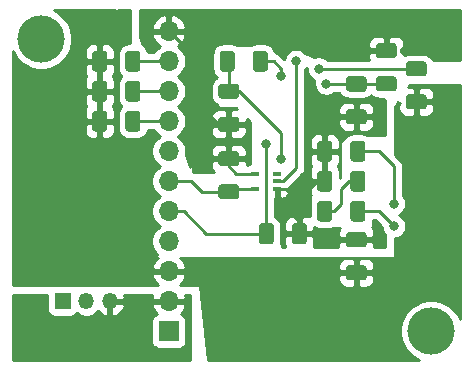
<source format=gbr>
G04 #@! TF.GenerationSoftware,KiCad,Pcbnew,(5.1.5)-3*
G04 #@! TF.CreationDate,2020-03-14T15:22:24+01:00*
G04 #@! TF.ProjectId,SesnorBoard,5365736e-6f72-4426-9f61-72642e6b6963,rev?*
G04 #@! TF.SameCoordinates,Original*
G04 #@! TF.FileFunction,Copper,L2,Bot*
G04 #@! TF.FilePolarity,Positive*
%FSLAX46Y46*%
G04 Gerber Fmt 4.6, Leading zero omitted, Abs format (unit mm)*
G04 Created by KiCad (PCBNEW (5.1.5)-3) date 2020-03-14 15:22:24*
%MOMM*%
%LPD*%
G04 APERTURE LIST*
%ADD10O,1.700000X1.700000*%
%ADD11R,1.700000X1.700000*%
%ADD12C,0.100000*%
%ADD13R,0.650000X0.400000*%
%ADD14O,1.350000X1.350000*%
%ADD15R,1.350000X1.350000*%
%ADD16C,4.000000*%
%ADD17C,0.800000*%
%ADD18C,0.250000*%
%ADD19C,0.254000*%
G04 APERTURE END LIST*
D10*
X57150000Y310515000D03*
X57150000Y307975000D03*
X57150000Y305435000D03*
X57150000Y302895000D03*
X57150000Y300355000D03*
X57150000Y297815000D03*
X57150000Y295275000D03*
X57150000Y292735000D03*
X57150000Y290195000D03*
X57150000Y287655000D03*
D11*
X57150000Y285115000D03*
G04 #@! TA.AperFunction,SMDPad,CuDef*
D12*
G36*
X70754504Y301228796D02*
G01*
X70778773Y301225196D01*
X70802571Y301219235D01*
X70825671Y301210970D01*
X70847849Y301200480D01*
X70868893Y301187867D01*
X70888598Y301173253D01*
X70906777Y301156777D01*
X70923253Y301138598D01*
X70937867Y301118893D01*
X70950480Y301097849D01*
X70960970Y301075671D01*
X70969235Y301052571D01*
X70975196Y301028773D01*
X70978796Y301004504D01*
X70980000Y300980000D01*
X70980000Y299730000D01*
X70978796Y299705496D01*
X70975196Y299681227D01*
X70969235Y299657429D01*
X70960970Y299634329D01*
X70950480Y299612151D01*
X70937867Y299591107D01*
X70923253Y299571402D01*
X70906777Y299553223D01*
X70888598Y299536747D01*
X70868893Y299522133D01*
X70847849Y299509520D01*
X70825671Y299499030D01*
X70802571Y299490765D01*
X70778773Y299484804D01*
X70754504Y299481204D01*
X70730000Y299480000D01*
X69980000Y299480000D01*
X69955496Y299481204D01*
X69931227Y299484804D01*
X69907429Y299490765D01*
X69884329Y299499030D01*
X69862151Y299509520D01*
X69841107Y299522133D01*
X69821402Y299536747D01*
X69803223Y299553223D01*
X69786747Y299571402D01*
X69772133Y299591107D01*
X69759520Y299612151D01*
X69749030Y299634329D01*
X69740765Y299657429D01*
X69734804Y299681227D01*
X69731204Y299705496D01*
X69730000Y299730000D01*
X69730000Y300980000D01*
X69731204Y301004504D01*
X69734804Y301028773D01*
X69740765Y301052571D01*
X69749030Y301075671D01*
X69759520Y301097849D01*
X69772133Y301118893D01*
X69786747Y301138598D01*
X69803223Y301156777D01*
X69821402Y301173253D01*
X69841107Y301187867D01*
X69862151Y301200480D01*
X69884329Y301210970D01*
X69907429Y301219235D01*
X69931227Y301225196D01*
X69955496Y301228796D01*
X69980000Y301230000D01*
X70730000Y301230000D01*
X70754504Y301228796D01*
G37*
G04 #@! TD.AperFunction*
G04 #@! TA.AperFunction,SMDPad,CuDef*
G36*
X73554504Y301228796D02*
G01*
X73578773Y301225196D01*
X73602571Y301219235D01*
X73625671Y301210970D01*
X73647849Y301200480D01*
X73668893Y301187867D01*
X73688598Y301173253D01*
X73706777Y301156777D01*
X73723253Y301138598D01*
X73737867Y301118893D01*
X73750480Y301097849D01*
X73760970Y301075671D01*
X73769235Y301052571D01*
X73775196Y301028773D01*
X73778796Y301004504D01*
X73780000Y300980000D01*
X73780000Y299730000D01*
X73778796Y299705496D01*
X73775196Y299681227D01*
X73769235Y299657429D01*
X73760970Y299634329D01*
X73750480Y299612151D01*
X73737867Y299591107D01*
X73723253Y299571402D01*
X73706777Y299553223D01*
X73688598Y299536747D01*
X73668893Y299522133D01*
X73647849Y299509520D01*
X73625671Y299499030D01*
X73602571Y299490765D01*
X73578773Y299484804D01*
X73554504Y299481204D01*
X73530000Y299480000D01*
X72780000Y299480000D01*
X72755496Y299481204D01*
X72731227Y299484804D01*
X72707429Y299490765D01*
X72684329Y299499030D01*
X72662151Y299509520D01*
X72641107Y299522133D01*
X72621402Y299536747D01*
X72603223Y299553223D01*
X72586747Y299571402D01*
X72572133Y299591107D01*
X72559520Y299612151D01*
X72549030Y299634329D01*
X72540765Y299657429D01*
X72534804Y299681227D01*
X72531204Y299705496D01*
X72530000Y299730000D01*
X72530000Y300980000D01*
X72531204Y301004504D01*
X72534804Y301028773D01*
X72540765Y301052571D01*
X72549030Y301075671D01*
X72559520Y301097849D01*
X72572133Y301118893D01*
X72586747Y301138598D01*
X72603223Y301156777D01*
X72621402Y301173253D01*
X72641107Y301187867D01*
X72662151Y301200480D01*
X72684329Y301210970D01*
X72707429Y301219235D01*
X72731227Y301225196D01*
X72755496Y301228796D01*
X72780000Y301230000D01*
X73530000Y301230000D01*
X73554504Y301228796D01*
G37*
G04 #@! TD.AperFunction*
G04 #@! TA.AperFunction,SMDPad,CuDef*
G36*
X73554504Y298688796D02*
G01*
X73578773Y298685196D01*
X73602571Y298679235D01*
X73625671Y298670970D01*
X73647849Y298660480D01*
X73668893Y298647867D01*
X73688598Y298633253D01*
X73706777Y298616777D01*
X73723253Y298598598D01*
X73737867Y298578893D01*
X73750480Y298557849D01*
X73760970Y298535671D01*
X73769235Y298512571D01*
X73775196Y298488773D01*
X73778796Y298464504D01*
X73780000Y298440000D01*
X73780000Y297190000D01*
X73778796Y297165496D01*
X73775196Y297141227D01*
X73769235Y297117429D01*
X73760970Y297094329D01*
X73750480Y297072151D01*
X73737867Y297051107D01*
X73723253Y297031402D01*
X73706777Y297013223D01*
X73688598Y296996747D01*
X73668893Y296982133D01*
X73647849Y296969520D01*
X73625671Y296959030D01*
X73602571Y296950765D01*
X73578773Y296944804D01*
X73554504Y296941204D01*
X73530000Y296940000D01*
X72780000Y296940000D01*
X72755496Y296941204D01*
X72731227Y296944804D01*
X72707429Y296950765D01*
X72684329Y296959030D01*
X72662151Y296969520D01*
X72641107Y296982133D01*
X72621402Y296996747D01*
X72603223Y297013223D01*
X72586747Y297031402D01*
X72572133Y297051107D01*
X72559520Y297072151D01*
X72549030Y297094329D01*
X72540765Y297117429D01*
X72534804Y297141227D01*
X72531204Y297165496D01*
X72530000Y297190000D01*
X72530000Y298440000D01*
X72531204Y298464504D01*
X72534804Y298488773D01*
X72540765Y298512571D01*
X72549030Y298535671D01*
X72559520Y298557849D01*
X72572133Y298578893D01*
X72586747Y298598598D01*
X72603223Y298616777D01*
X72621402Y298633253D01*
X72641107Y298647867D01*
X72662151Y298660480D01*
X72684329Y298670970D01*
X72707429Y298679235D01*
X72731227Y298685196D01*
X72755496Y298688796D01*
X72780000Y298690000D01*
X73530000Y298690000D01*
X73554504Y298688796D01*
G37*
G04 #@! TD.AperFunction*
G04 #@! TA.AperFunction,SMDPad,CuDef*
G36*
X70754504Y298688796D02*
G01*
X70778773Y298685196D01*
X70802571Y298679235D01*
X70825671Y298670970D01*
X70847849Y298660480D01*
X70868893Y298647867D01*
X70888598Y298633253D01*
X70906777Y298616777D01*
X70923253Y298598598D01*
X70937867Y298578893D01*
X70950480Y298557849D01*
X70960970Y298535671D01*
X70969235Y298512571D01*
X70975196Y298488773D01*
X70978796Y298464504D01*
X70980000Y298440000D01*
X70980000Y297190000D01*
X70978796Y297165496D01*
X70975196Y297141227D01*
X70969235Y297117429D01*
X70960970Y297094329D01*
X70950480Y297072151D01*
X70937867Y297051107D01*
X70923253Y297031402D01*
X70906777Y297013223D01*
X70888598Y296996747D01*
X70868893Y296982133D01*
X70847849Y296969520D01*
X70825671Y296959030D01*
X70802571Y296950765D01*
X70778773Y296944804D01*
X70754504Y296941204D01*
X70730000Y296940000D01*
X69980000Y296940000D01*
X69955496Y296941204D01*
X69931227Y296944804D01*
X69907429Y296950765D01*
X69884329Y296959030D01*
X69862151Y296969520D01*
X69841107Y296982133D01*
X69821402Y296996747D01*
X69803223Y297013223D01*
X69786747Y297031402D01*
X69772133Y297051107D01*
X69759520Y297072151D01*
X69749030Y297094329D01*
X69740765Y297117429D01*
X69734804Y297141227D01*
X69731204Y297165496D01*
X69730000Y297190000D01*
X69730000Y298440000D01*
X69731204Y298464504D01*
X69734804Y298488773D01*
X69740765Y298512571D01*
X69749030Y298535671D01*
X69759520Y298557849D01*
X69772133Y298578893D01*
X69786747Y298598598D01*
X69803223Y298616777D01*
X69821402Y298633253D01*
X69841107Y298647867D01*
X69862151Y298660480D01*
X69884329Y298670970D01*
X69907429Y298679235D01*
X69931227Y298685196D01*
X69955496Y298688796D01*
X69980000Y298690000D01*
X70730000Y298690000D01*
X70754504Y298688796D01*
G37*
G04 #@! TD.AperFunction*
G04 #@! TA.AperFunction,SMDPad,CuDef*
G36*
X62879504Y300343796D02*
G01*
X62903773Y300340196D01*
X62927571Y300334235D01*
X62950671Y300325970D01*
X62972849Y300315480D01*
X62993893Y300302867D01*
X63013598Y300288253D01*
X63031777Y300271777D01*
X63048253Y300253598D01*
X63062867Y300233893D01*
X63075480Y300212849D01*
X63085970Y300190671D01*
X63094235Y300167571D01*
X63100196Y300143773D01*
X63103796Y300119504D01*
X63105000Y300095000D01*
X63105000Y299345000D01*
X63103796Y299320496D01*
X63100196Y299296227D01*
X63094235Y299272429D01*
X63085970Y299249329D01*
X63075480Y299227151D01*
X63062867Y299206107D01*
X63048253Y299186402D01*
X63031777Y299168223D01*
X63013598Y299151747D01*
X62993893Y299137133D01*
X62972849Y299124520D01*
X62950671Y299114030D01*
X62927571Y299105765D01*
X62903773Y299099804D01*
X62879504Y299096204D01*
X62855000Y299095000D01*
X61605000Y299095000D01*
X61580496Y299096204D01*
X61556227Y299099804D01*
X61532429Y299105765D01*
X61509329Y299114030D01*
X61487151Y299124520D01*
X61466107Y299137133D01*
X61446402Y299151747D01*
X61428223Y299168223D01*
X61411747Y299186402D01*
X61397133Y299206107D01*
X61384520Y299227151D01*
X61374030Y299249329D01*
X61365765Y299272429D01*
X61359804Y299296227D01*
X61356204Y299320496D01*
X61355000Y299345000D01*
X61355000Y300095000D01*
X61356204Y300119504D01*
X61359804Y300143773D01*
X61365765Y300167571D01*
X61374030Y300190671D01*
X61384520Y300212849D01*
X61397133Y300233893D01*
X61411747Y300253598D01*
X61428223Y300271777D01*
X61446402Y300288253D01*
X61466107Y300302867D01*
X61487151Y300315480D01*
X61509329Y300325970D01*
X61532429Y300334235D01*
X61556227Y300340196D01*
X61580496Y300343796D01*
X61605000Y300345000D01*
X62855000Y300345000D01*
X62879504Y300343796D01*
G37*
G04 #@! TD.AperFunction*
G04 #@! TA.AperFunction,SMDPad,CuDef*
G36*
X62879504Y297543796D02*
G01*
X62903773Y297540196D01*
X62927571Y297534235D01*
X62950671Y297525970D01*
X62972849Y297515480D01*
X62993893Y297502867D01*
X63013598Y297488253D01*
X63031777Y297471777D01*
X63048253Y297453598D01*
X63062867Y297433893D01*
X63075480Y297412849D01*
X63085970Y297390671D01*
X63094235Y297367571D01*
X63100196Y297343773D01*
X63103796Y297319504D01*
X63105000Y297295000D01*
X63105000Y296545000D01*
X63103796Y296520496D01*
X63100196Y296496227D01*
X63094235Y296472429D01*
X63085970Y296449329D01*
X63075480Y296427151D01*
X63062867Y296406107D01*
X63048253Y296386402D01*
X63031777Y296368223D01*
X63013598Y296351747D01*
X62993893Y296337133D01*
X62972849Y296324520D01*
X62950671Y296314030D01*
X62927571Y296305765D01*
X62903773Y296299804D01*
X62879504Y296296204D01*
X62855000Y296295000D01*
X61605000Y296295000D01*
X61580496Y296296204D01*
X61556227Y296299804D01*
X61532429Y296305765D01*
X61509329Y296314030D01*
X61487151Y296324520D01*
X61466107Y296337133D01*
X61446402Y296351747D01*
X61428223Y296368223D01*
X61411747Y296386402D01*
X61397133Y296406107D01*
X61384520Y296427151D01*
X61374030Y296449329D01*
X61365765Y296472429D01*
X61359804Y296496227D01*
X61356204Y296520496D01*
X61355000Y296545000D01*
X61355000Y297295000D01*
X61356204Y297319504D01*
X61359804Y297343773D01*
X61365765Y297367571D01*
X61374030Y297390671D01*
X61384520Y297412849D01*
X61397133Y297433893D01*
X61411747Y297453598D01*
X61428223Y297471777D01*
X61446402Y297488253D01*
X61466107Y297502867D01*
X61487151Y297515480D01*
X61509329Y297525970D01*
X61532429Y297534235D01*
X61556227Y297540196D01*
X61580496Y297543796D01*
X61605000Y297545000D01*
X62855000Y297545000D01*
X62879504Y297543796D01*
G37*
G04 #@! TD.AperFunction*
G04 #@! TA.AperFunction,SMDPad,CuDef*
G36*
X70754504Y296148796D02*
G01*
X70778773Y296145196D01*
X70802571Y296139235D01*
X70825671Y296130970D01*
X70847849Y296120480D01*
X70868893Y296107867D01*
X70888598Y296093253D01*
X70906777Y296076777D01*
X70923253Y296058598D01*
X70937867Y296038893D01*
X70950480Y296017849D01*
X70960970Y295995671D01*
X70969235Y295972571D01*
X70975196Y295948773D01*
X70978796Y295924504D01*
X70980000Y295900000D01*
X70980000Y294650000D01*
X70978796Y294625496D01*
X70975196Y294601227D01*
X70969235Y294577429D01*
X70960970Y294554329D01*
X70950480Y294532151D01*
X70937867Y294511107D01*
X70923253Y294491402D01*
X70906777Y294473223D01*
X70888598Y294456747D01*
X70868893Y294442133D01*
X70847849Y294429520D01*
X70825671Y294419030D01*
X70802571Y294410765D01*
X70778773Y294404804D01*
X70754504Y294401204D01*
X70730000Y294400000D01*
X69980000Y294400000D01*
X69955496Y294401204D01*
X69931227Y294404804D01*
X69907429Y294410765D01*
X69884329Y294419030D01*
X69862151Y294429520D01*
X69841107Y294442133D01*
X69821402Y294456747D01*
X69803223Y294473223D01*
X69786747Y294491402D01*
X69772133Y294511107D01*
X69759520Y294532151D01*
X69749030Y294554329D01*
X69740765Y294577429D01*
X69734804Y294601227D01*
X69731204Y294625496D01*
X69730000Y294650000D01*
X69730000Y295900000D01*
X69731204Y295924504D01*
X69734804Y295948773D01*
X69740765Y295972571D01*
X69749030Y295995671D01*
X69759520Y296017849D01*
X69772133Y296038893D01*
X69786747Y296058598D01*
X69803223Y296076777D01*
X69821402Y296093253D01*
X69841107Y296107867D01*
X69862151Y296120480D01*
X69884329Y296130970D01*
X69907429Y296139235D01*
X69931227Y296145196D01*
X69955496Y296148796D01*
X69980000Y296150000D01*
X70730000Y296150000D01*
X70754504Y296148796D01*
G37*
G04 #@! TD.AperFunction*
G04 #@! TA.AperFunction,SMDPad,CuDef*
G36*
X73554504Y296148796D02*
G01*
X73578773Y296145196D01*
X73602571Y296139235D01*
X73625671Y296130970D01*
X73647849Y296120480D01*
X73668893Y296107867D01*
X73688598Y296093253D01*
X73706777Y296076777D01*
X73723253Y296058598D01*
X73737867Y296038893D01*
X73750480Y296017849D01*
X73760970Y295995671D01*
X73769235Y295972571D01*
X73775196Y295948773D01*
X73778796Y295924504D01*
X73780000Y295900000D01*
X73780000Y294650000D01*
X73778796Y294625496D01*
X73775196Y294601227D01*
X73769235Y294577429D01*
X73760970Y294554329D01*
X73750480Y294532151D01*
X73737867Y294511107D01*
X73723253Y294491402D01*
X73706777Y294473223D01*
X73688598Y294456747D01*
X73668893Y294442133D01*
X73647849Y294429520D01*
X73625671Y294419030D01*
X73602571Y294410765D01*
X73578773Y294404804D01*
X73554504Y294401204D01*
X73530000Y294400000D01*
X72780000Y294400000D01*
X72755496Y294401204D01*
X72731227Y294404804D01*
X72707429Y294410765D01*
X72684329Y294419030D01*
X72662151Y294429520D01*
X72641107Y294442133D01*
X72621402Y294456747D01*
X72603223Y294473223D01*
X72586747Y294491402D01*
X72572133Y294511107D01*
X72559520Y294532151D01*
X72549030Y294554329D01*
X72540765Y294577429D01*
X72534804Y294601227D01*
X72531204Y294625496D01*
X72530000Y294650000D01*
X72530000Y295900000D01*
X72531204Y295924504D01*
X72534804Y295948773D01*
X72540765Y295972571D01*
X72549030Y295995671D01*
X72559520Y296017849D01*
X72572133Y296038893D01*
X72586747Y296058598D01*
X72603223Y296076777D01*
X72621402Y296093253D01*
X72641107Y296107867D01*
X72662151Y296120480D01*
X72684329Y296130970D01*
X72707429Y296139235D01*
X72731227Y296145196D01*
X72755496Y296148796D01*
X72780000Y296150000D01*
X73530000Y296150000D01*
X73554504Y296148796D01*
G37*
G04 #@! TD.AperFunction*
G04 #@! TA.AperFunction,SMDPad,CuDef*
G36*
X68604504Y294243796D02*
G01*
X68628773Y294240196D01*
X68652571Y294234235D01*
X68675671Y294225970D01*
X68697849Y294215480D01*
X68718893Y294202867D01*
X68738598Y294188253D01*
X68756777Y294171777D01*
X68773253Y294153598D01*
X68787867Y294133893D01*
X68800480Y294112849D01*
X68810970Y294090671D01*
X68819235Y294067571D01*
X68825196Y294043773D01*
X68828796Y294019504D01*
X68830000Y293995000D01*
X68830000Y292745000D01*
X68828796Y292720496D01*
X68825196Y292696227D01*
X68819235Y292672429D01*
X68810970Y292649329D01*
X68800480Y292627151D01*
X68787867Y292606107D01*
X68773253Y292586402D01*
X68756777Y292568223D01*
X68738598Y292551747D01*
X68718893Y292537133D01*
X68697849Y292524520D01*
X68675671Y292514030D01*
X68652571Y292505765D01*
X68628773Y292499804D01*
X68604504Y292496204D01*
X68580000Y292495000D01*
X67830000Y292495000D01*
X67805496Y292496204D01*
X67781227Y292499804D01*
X67757429Y292505765D01*
X67734329Y292514030D01*
X67712151Y292524520D01*
X67691107Y292537133D01*
X67671402Y292551747D01*
X67653223Y292568223D01*
X67636747Y292586402D01*
X67622133Y292606107D01*
X67609520Y292627151D01*
X67599030Y292649329D01*
X67590765Y292672429D01*
X67584804Y292696227D01*
X67581204Y292720496D01*
X67580000Y292745000D01*
X67580000Y293995000D01*
X67581204Y294019504D01*
X67584804Y294043773D01*
X67590765Y294067571D01*
X67599030Y294090671D01*
X67609520Y294112849D01*
X67622133Y294133893D01*
X67636747Y294153598D01*
X67653223Y294171777D01*
X67671402Y294188253D01*
X67691107Y294202867D01*
X67712151Y294215480D01*
X67734329Y294225970D01*
X67757429Y294234235D01*
X67781227Y294240196D01*
X67805496Y294243796D01*
X67830000Y294245000D01*
X68580000Y294245000D01*
X68604504Y294243796D01*
G37*
G04 #@! TD.AperFunction*
G04 #@! TA.AperFunction,SMDPad,CuDef*
G36*
X65804504Y294243796D02*
G01*
X65828773Y294240196D01*
X65852571Y294234235D01*
X65875671Y294225970D01*
X65897849Y294215480D01*
X65918893Y294202867D01*
X65938598Y294188253D01*
X65956777Y294171777D01*
X65973253Y294153598D01*
X65987867Y294133893D01*
X66000480Y294112849D01*
X66010970Y294090671D01*
X66019235Y294067571D01*
X66025196Y294043773D01*
X66028796Y294019504D01*
X66030000Y293995000D01*
X66030000Y292745000D01*
X66028796Y292720496D01*
X66025196Y292696227D01*
X66019235Y292672429D01*
X66010970Y292649329D01*
X66000480Y292627151D01*
X65987867Y292606107D01*
X65973253Y292586402D01*
X65956777Y292568223D01*
X65938598Y292551747D01*
X65918893Y292537133D01*
X65897849Y292524520D01*
X65875671Y292514030D01*
X65852571Y292505765D01*
X65828773Y292499804D01*
X65804504Y292496204D01*
X65780000Y292495000D01*
X65030000Y292495000D01*
X65005496Y292496204D01*
X64981227Y292499804D01*
X64957429Y292505765D01*
X64934329Y292514030D01*
X64912151Y292524520D01*
X64891107Y292537133D01*
X64871402Y292551747D01*
X64853223Y292568223D01*
X64836747Y292586402D01*
X64822133Y292606107D01*
X64809520Y292627151D01*
X64799030Y292649329D01*
X64790765Y292672429D01*
X64784804Y292696227D01*
X64781204Y292720496D01*
X64780000Y292745000D01*
X64780000Y293995000D01*
X64781204Y294019504D01*
X64784804Y294043773D01*
X64790765Y294067571D01*
X64799030Y294090671D01*
X64809520Y294112849D01*
X64822133Y294133893D01*
X64836747Y294153598D01*
X64853223Y294171777D01*
X64871402Y294188253D01*
X64891107Y294202867D01*
X64912151Y294215480D01*
X64934329Y294225970D01*
X64957429Y294234235D01*
X64981227Y294240196D01*
X65005496Y294243796D01*
X65030000Y294245000D01*
X65780000Y294245000D01*
X65804504Y294243796D01*
G37*
G04 #@! TD.AperFunction*
G04 #@! TA.AperFunction,SMDPad,CuDef*
G36*
X73674504Y306693796D02*
G01*
X73698773Y306690196D01*
X73722571Y306684235D01*
X73745671Y306675970D01*
X73767849Y306665480D01*
X73788893Y306652867D01*
X73808598Y306638253D01*
X73826777Y306621777D01*
X73843253Y306603598D01*
X73857867Y306583893D01*
X73870480Y306562849D01*
X73880970Y306540671D01*
X73889235Y306517571D01*
X73895196Y306493773D01*
X73898796Y306469504D01*
X73900000Y306445000D01*
X73900000Y305695000D01*
X73898796Y305670496D01*
X73895196Y305646227D01*
X73889235Y305622429D01*
X73880970Y305599329D01*
X73870480Y305577151D01*
X73857867Y305556107D01*
X73843253Y305536402D01*
X73826777Y305518223D01*
X73808598Y305501747D01*
X73788893Y305487133D01*
X73767849Y305474520D01*
X73745671Y305464030D01*
X73722571Y305455765D01*
X73698773Y305449804D01*
X73674504Y305446204D01*
X73650000Y305445000D01*
X72400000Y305445000D01*
X72375496Y305446204D01*
X72351227Y305449804D01*
X72327429Y305455765D01*
X72304329Y305464030D01*
X72282151Y305474520D01*
X72261107Y305487133D01*
X72241402Y305501747D01*
X72223223Y305518223D01*
X72206747Y305536402D01*
X72192133Y305556107D01*
X72179520Y305577151D01*
X72169030Y305599329D01*
X72160765Y305622429D01*
X72154804Y305646227D01*
X72151204Y305670496D01*
X72150000Y305695000D01*
X72150000Y306445000D01*
X72151204Y306469504D01*
X72154804Y306493773D01*
X72160765Y306517571D01*
X72169030Y306540671D01*
X72179520Y306562849D01*
X72192133Y306583893D01*
X72206747Y306603598D01*
X72223223Y306621777D01*
X72241402Y306638253D01*
X72261107Y306652867D01*
X72282151Y306665480D01*
X72304329Y306675970D01*
X72327429Y306684235D01*
X72351227Y306690196D01*
X72375496Y306693796D01*
X72400000Y306695000D01*
X73650000Y306695000D01*
X73674504Y306693796D01*
G37*
G04 #@! TD.AperFunction*
G04 #@! TA.AperFunction,SMDPad,CuDef*
G36*
X73674504Y303893796D02*
G01*
X73698773Y303890196D01*
X73722571Y303884235D01*
X73745671Y303875970D01*
X73767849Y303865480D01*
X73788893Y303852867D01*
X73808598Y303838253D01*
X73826777Y303821777D01*
X73843253Y303803598D01*
X73857867Y303783893D01*
X73870480Y303762849D01*
X73880970Y303740671D01*
X73889235Y303717571D01*
X73895196Y303693773D01*
X73898796Y303669504D01*
X73900000Y303645000D01*
X73900000Y302895000D01*
X73898796Y302870496D01*
X73895196Y302846227D01*
X73889235Y302822429D01*
X73880970Y302799329D01*
X73870480Y302777151D01*
X73857867Y302756107D01*
X73843253Y302736402D01*
X73826777Y302718223D01*
X73808598Y302701747D01*
X73788893Y302687133D01*
X73767849Y302674520D01*
X73745671Y302664030D01*
X73722571Y302655765D01*
X73698773Y302649804D01*
X73674504Y302646204D01*
X73650000Y302645000D01*
X72400000Y302645000D01*
X72375496Y302646204D01*
X72351227Y302649804D01*
X72327429Y302655765D01*
X72304329Y302664030D01*
X72282151Y302674520D01*
X72261107Y302687133D01*
X72241402Y302701747D01*
X72223223Y302718223D01*
X72206747Y302736402D01*
X72192133Y302756107D01*
X72179520Y302777151D01*
X72169030Y302799329D01*
X72160765Y302822429D01*
X72154804Y302846227D01*
X72151204Y302870496D01*
X72150000Y302895000D01*
X72150000Y303645000D01*
X72151204Y303669504D01*
X72154804Y303693773D01*
X72160765Y303717571D01*
X72169030Y303740671D01*
X72179520Y303762849D01*
X72192133Y303783893D01*
X72206747Y303803598D01*
X72223223Y303821777D01*
X72241402Y303838253D01*
X72261107Y303852867D01*
X72282151Y303865480D01*
X72304329Y303875970D01*
X72327429Y303884235D01*
X72351227Y303890196D01*
X72375496Y303893796D01*
X72400000Y303895000D01*
X73650000Y303895000D01*
X73674504Y303893796D01*
G37*
G04 #@! TD.AperFunction*
G04 #@! TA.AperFunction,SMDPad,CuDef*
G36*
X76214504Y309493796D02*
G01*
X76238773Y309490196D01*
X76262571Y309484235D01*
X76285671Y309475970D01*
X76307849Y309465480D01*
X76328893Y309452867D01*
X76348598Y309438253D01*
X76366777Y309421777D01*
X76383253Y309403598D01*
X76397867Y309383893D01*
X76410480Y309362849D01*
X76420970Y309340671D01*
X76429235Y309317571D01*
X76435196Y309293773D01*
X76438796Y309269504D01*
X76440000Y309245000D01*
X76440000Y308495000D01*
X76438796Y308470496D01*
X76435196Y308446227D01*
X76429235Y308422429D01*
X76420970Y308399329D01*
X76410480Y308377151D01*
X76397867Y308356107D01*
X76383253Y308336402D01*
X76366777Y308318223D01*
X76348598Y308301747D01*
X76328893Y308287133D01*
X76307849Y308274520D01*
X76285671Y308264030D01*
X76262571Y308255765D01*
X76238773Y308249804D01*
X76214504Y308246204D01*
X76190000Y308245000D01*
X74940000Y308245000D01*
X74915496Y308246204D01*
X74891227Y308249804D01*
X74867429Y308255765D01*
X74844329Y308264030D01*
X74822151Y308274520D01*
X74801107Y308287133D01*
X74781402Y308301747D01*
X74763223Y308318223D01*
X74746747Y308336402D01*
X74732133Y308356107D01*
X74719520Y308377151D01*
X74709030Y308399329D01*
X74700765Y308422429D01*
X74694804Y308446227D01*
X74691204Y308470496D01*
X74690000Y308495000D01*
X74690000Y309245000D01*
X74691204Y309269504D01*
X74694804Y309293773D01*
X74700765Y309317571D01*
X74709030Y309340671D01*
X74719520Y309362849D01*
X74732133Y309383893D01*
X74746747Y309403598D01*
X74763223Y309421777D01*
X74781402Y309438253D01*
X74801107Y309452867D01*
X74822151Y309465480D01*
X74844329Y309475970D01*
X74867429Y309484235D01*
X74891227Y309490196D01*
X74915496Y309493796D01*
X74940000Y309495000D01*
X76190000Y309495000D01*
X76214504Y309493796D01*
G37*
G04 #@! TD.AperFunction*
G04 #@! TA.AperFunction,SMDPad,CuDef*
G36*
X76214504Y306693796D02*
G01*
X76238773Y306690196D01*
X76262571Y306684235D01*
X76285671Y306675970D01*
X76307849Y306665480D01*
X76328893Y306652867D01*
X76348598Y306638253D01*
X76366777Y306621777D01*
X76383253Y306603598D01*
X76397867Y306583893D01*
X76410480Y306562849D01*
X76420970Y306540671D01*
X76429235Y306517571D01*
X76435196Y306493773D01*
X76438796Y306469504D01*
X76440000Y306445000D01*
X76440000Y305695000D01*
X76438796Y305670496D01*
X76435196Y305646227D01*
X76429235Y305622429D01*
X76420970Y305599329D01*
X76410480Y305577151D01*
X76397867Y305556107D01*
X76383253Y305536402D01*
X76366777Y305518223D01*
X76348598Y305501747D01*
X76328893Y305487133D01*
X76307849Y305474520D01*
X76285671Y305464030D01*
X76262571Y305455765D01*
X76238773Y305449804D01*
X76214504Y305446204D01*
X76190000Y305445000D01*
X74940000Y305445000D01*
X74915496Y305446204D01*
X74891227Y305449804D01*
X74867429Y305455765D01*
X74844329Y305464030D01*
X74822151Y305474520D01*
X74801107Y305487133D01*
X74781402Y305501747D01*
X74763223Y305518223D01*
X74746747Y305536402D01*
X74732133Y305556107D01*
X74719520Y305577151D01*
X74709030Y305599329D01*
X74700765Y305622429D01*
X74694804Y305646227D01*
X74691204Y305670496D01*
X74690000Y305695000D01*
X74690000Y306445000D01*
X74691204Y306469504D01*
X74694804Y306493773D01*
X74700765Y306517571D01*
X74709030Y306540671D01*
X74719520Y306562849D01*
X74732133Y306583893D01*
X74746747Y306603598D01*
X74763223Y306621777D01*
X74781402Y306638253D01*
X74801107Y306652867D01*
X74822151Y306665480D01*
X74844329Y306675970D01*
X74867429Y306684235D01*
X74891227Y306690196D01*
X74915496Y306693796D01*
X74940000Y306695000D01*
X76190000Y306695000D01*
X76214504Y306693796D01*
G37*
G04 #@! TD.AperFunction*
G04 #@! TA.AperFunction,SMDPad,CuDef*
G36*
X62879504Y303258796D02*
G01*
X62903773Y303255196D01*
X62927571Y303249235D01*
X62950671Y303240970D01*
X62972849Y303230480D01*
X62993893Y303217867D01*
X63013598Y303203253D01*
X63031777Y303186777D01*
X63048253Y303168598D01*
X63062867Y303148893D01*
X63075480Y303127849D01*
X63085970Y303105671D01*
X63094235Y303082571D01*
X63100196Y303058773D01*
X63103796Y303034504D01*
X63105000Y303010000D01*
X63105000Y302260000D01*
X63103796Y302235496D01*
X63100196Y302211227D01*
X63094235Y302187429D01*
X63085970Y302164329D01*
X63075480Y302142151D01*
X63062867Y302121107D01*
X63048253Y302101402D01*
X63031777Y302083223D01*
X63013598Y302066747D01*
X62993893Y302052133D01*
X62972849Y302039520D01*
X62950671Y302029030D01*
X62927571Y302020765D01*
X62903773Y302014804D01*
X62879504Y302011204D01*
X62855000Y302010000D01*
X61605000Y302010000D01*
X61580496Y302011204D01*
X61556227Y302014804D01*
X61532429Y302020765D01*
X61509329Y302029030D01*
X61487151Y302039520D01*
X61466107Y302052133D01*
X61446402Y302066747D01*
X61428223Y302083223D01*
X61411747Y302101402D01*
X61397133Y302121107D01*
X61384520Y302142151D01*
X61374030Y302164329D01*
X61365765Y302187429D01*
X61359804Y302211227D01*
X61356204Y302235496D01*
X61355000Y302260000D01*
X61355000Y303010000D01*
X61356204Y303034504D01*
X61359804Y303058773D01*
X61365765Y303082571D01*
X61374030Y303105671D01*
X61384520Y303127849D01*
X61397133Y303148893D01*
X61411747Y303168598D01*
X61428223Y303186777D01*
X61446402Y303203253D01*
X61466107Y303217867D01*
X61487151Y303230480D01*
X61509329Y303240970D01*
X61532429Y303249235D01*
X61556227Y303255196D01*
X61580496Y303258796D01*
X61605000Y303260000D01*
X62855000Y303260000D01*
X62879504Y303258796D01*
G37*
G04 #@! TD.AperFunction*
G04 #@! TA.AperFunction,SMDPad,CuDef*
G36*
X62879504Y306058796D02*
G01*
X62903773Y306055196D01*
X62927571Y306049235D01*
X62950671Y306040970D01*
X62972849Y306030480D01*
X62993893Y306017867D01*
X63013598Y306003253D01*
X63031777Y305986777D01*
X63048253Y305968598D01*
X63062867Y305948893D01*
X63075480Y305927849D01*
X63085970Y305905671D01*
X63094235Y305882571D01*
X63100196Y305858773D01*
X63103796Y305834504D01*
X63105000Y305810000D01*
X63105000Y305060000D01*
X63103796Y305035496D01*
X63100196Y305011227D01*
X63094235Y304987429D01*
X63085970Y304964329D01*
X63075480Y304942151D01*
X63062867Y304921107D01*
X63048253Y304901402D01*
X63031777Y304883223D01*
X63013598Y304866747D01*
X62993893Y304852133D01*
X62972849Y304839520D01*
X62950671Y304829030D01*
X62927571Y304820765D01*
X62903773Y304814804D01*
X62879504Y304811204D01*
X62855000Y304810000D01*
X61605000Y304810000D01*
X61580496Y304811204D01*
X61556227Y304814804D01*
X61532429Y304820765D01*
X61509329Y304829030D01*
X61487151Y304839520D01*
X61466107Y304852133D01*
X61446402Y304866747D01*
X61428223Y304883223D01*
X61411747Y304901402D01*
X61397133Y304921107D01*
X61384520Y304942151D01*
X61374030Y304964329D01*
X61365765Y304987429D01*
X61359804Y305011227D01*
X61356204Y305035496D01*
X61355000Y305060000D01*
X61355000Y305810000D01*
X61356204Y305834504D01*
X61359804Y305858773D01*
X61365765Y305882571D01*
X61374030Y305905671D01*
X61384520Y305927849D01*
X61397133Y305948893D01*
X61411747Y305968598D01*
X61428223Y305986777D01*
X61446402Y306003253D01*
X61466107Y306017867D01*
X61487151Y306030480D01*
X61509329Y306040970D01*
X61532429Y306049235D01*
X61556227Y306055196D01*
X61580496Y306058796D01*
X61605000Y306060000D01*
X62855000Y306060000D01*
X62879504Y306058796D01*
G37*
G04 #@! TD.AperFunction*
G04 #@! TA.AperFunction,SMDPad,CuDef*
G36*
X78754504Y307963796D02*
G01*
X78778773Y307960196D01*
X78802571Y307954235D01*
X78825671Y307945970D01*
X78847849Y307935480D01*
X78868893Y307922867D01*
X78888598Y307908253D01*
X78906777Y307891777D01*
X78923253Y307873598D01*
X78937867Y307853893D01*
X78950480Y307832849D01*
X78960970Y307810671D01*
X78969235Y307787571D01*
X78975196Y307763773D01*
X78978796Y307739504D01*
X78980000Y307715000D01*
X78980000Y306965000D01*
X78978796Y306940496D01*
X78975196Y306916227D01*
X78969235Y306892429D01*
X78960970Y306869329D01*
X78950480Y306847151D01*
X78937867Y306826107D01*
X78923253Y306806402D01*
X78906777Y306788223D01*
X78888598Y306771747D01*
X78868893Y306757133D01*
X78847849Y306744520D01*
X78825671Y306734030D01*
X78802571Y306725765D01*
X78778773Y306719804D01*
X78754504Y306716204D01*
X78730000Y306715000D01*
X77480000Y306715000D01*
X77455496Y306716204D01*
X77431227Y306719804D01*
X77407429Y306725765D01*
X77384329Y306734030D01*
X77362151Y306744520D01*
X77341107Y306757133D01*
X77321402Y306771747D01*
X77303223Y306788223D01*
X77286747Y306806402D01*
X77272133Y306826107D01*
X77259520Y306847151D01*
X77249030Y306869329D01*
X77240765Y306892429D01*
X77234804Y306916227D01*
X77231204Y306940496D01*
X77230000Y306965000D01*
X77230000Y307715000D01*
X77231204Y307739504D01*
X77234804Y307763773D01*
X77240765Y307787571D01*
X77249030Y307810671D01*
X77259520Y307832849D01*
X77272133Y307853893D01*
X77286747Y307873598D01*
X77303223Y307891777D01*
X77321402Y307908253D01*
X77341107Y307922867D01*
X77362151Y307935480D01*
X77384329Y307945970D01*
X77407429Y307954235D01*
X77431227Y307960196D01*
X77455496Y307963796D01*
X77480000Y307965000D01*
X78730000Y307965000D01*
X78754504Y307963796D01*
G37*
G04 #@! TD.AperFunction*
G04 #@! TA.AperFunction,SMDPad,CuDef*
G36*
X78754504Y305163796D02*
G01*
X78778773Y305160196D01*
X78802571Y305154235D01*
X78825671Y305145970D01*
X78847849Y305135480D01*
X78868893Y305122867D01*
X78888598Y305108253D01*
X78906777Y305091777D01*
X78923253Y305073598D01*
X78937867Y305053893D01*
X78950480Y305032849D01*
X78960970Y305010671D01*
X78969235Y304987571D01*
X78975196Y304963773D01*
X78978796Y304939504D01*
X78980000Y304915000D01*
X78980000Y304165000D01*
X78978796Y304140496D01*
X78975196Y304116227D01*
X78969235Y304092429D01*
X78960970Y304069329D01*
X78950480Y304047151D01*
X78937867Y304026107D01*
X78923253Y304006402D01*
X78906777Y303988223D01*
X78888598Y303971747D01*
X78868893Y303957133D01*
X78847849Y303944520D01*
X78825671Y303934030D01*
X78802571Y303925765D01*
X78778773Y303919804D01*
X78754504Y303916204D01*
X78730000Y303915000D01*
X77480000Y303915000D01*
X77455496Y303916204D01*
X77431227Y303919804D01*
X77407429Y303925765D01*
X77384329Y303934030D01*
X77362151Y303944520D01*
X77341107Y303957133D01*
X77321402Y303971747D01*
X77303223Y303988223D01*
X77286747Y304006402D01*
X77272133Y304026107D01*
X77259520Y304047151D01*
X77249030Y304069329D01*
X77240765Y304092429D01*
X77234804Y304116227D01*
X77231204Y304140496D01*
X77230000Y304165000D01*
X77230000Y304915000D01*
X77231204Y304939504D01*
X77234804Y304963773D01*
X77240765Y304987571D01*
X77249030Y305010671D01*
X77259520Y305032849D01*
X77272133Y305053893D01*
X77286747Y305073598D01*
X77303223Y305091777D01*
X77321402Y305108253D01*
X77341107Y305122867D01*
X77362151Y305135480D01*
X77384329Y305145970D01*
X77407429Y305154235D01*
X77431227Y305160196D01*
X77455496Y305163796D01*
X77480000Y305165000D01*
X78730000Y305165000D01*
X78754504Y305163796D01*
G37*
G04 #@! TD.AperFunction*
G04 #@! TA.AperFunction,SMDPad,CuDef*
G36*
X73674504Y290688796D02*
G01*
X73698773Y290685196D01*
X73722571Y290679235D01*
X73745671Y290670970D01*
X73767849Y290660480D01*
X73788893Y290647867D01*
X73808598Y290633253D01*
X73826777Y290616777D01*
X73843253Y290598598D01*
X73857867Y290578893D01*
X73870480Y290557849D01*
X73880970Y290535671D01*
X73889235Y290512571D01*
X73895196Y290488773D01*
X73898796Y290464504D01*
X73900000Y290440000D01*
X73900000Y289690000D01*
X73898796Y289665496D01*
X73895196Y289641227D01*
X73889235Y289617429D01*
X73880970Y289594329D01*
X73870480Y289572151D01*
X73857867Y289551107D01*
X73843253Y289531402D01*
X73826777Y289513223D01*
X73808598Y289496747D01*
X73788893Y289482133D01*
X73767849Y289469520D01*
X73745671Y289459030D01*
X73722571Y289450765D01*
X73698773Y289444804D01*
X73674504Y289441204D01*
X73650000Y289440000D01*
X72400000Y289440000D01*
X72375496Y289441204D01*
X72351227Y289444804D01*
X72327429Y289450765D01*
X72304329Y289459030D01*
X72282151Y289469520D01*
X72261107Y289482133D01*
X72241402Y289496747D01*
X72223223Y289513223D01*
X72206747Y289531402D01*
X72192133Y289551107D01*
X72179520Y289572151D01*
X72169030Y289594329D01*
X72160765Y289617429D01*
X72154804Y289641227D01*
X72151204Y289665496D01*
X72150000Y289690000D01*
X72150000Y290440000D01*
X72151204Y290464504D01*
X72154804Y290488773D01*
X72160765Y290512571D01*
X72169030Y290535671D01*
X72179520Y290557849D01*
X72192133Y290578893D01*
X72206747Y290598598D01*
X72223223Y290616777D01*
X72241402Y290633253D01*
X72261107Y290647867D01*
X72282151Y290660480D01*
X72304329Y290670970D01*
X72327429Y290679235D01*
X72351227Y290685196D01*
X72375496Y290688796D01*
X72400000Y290690000D01*
X73650000Y290690000D01*
X73674504Y290688796D01*
G37*
G04 #@! TD.AperFunction*
G04 #@! TA.AperFunction,SMDPad,CuDef*
G36*
X73674504Y293488796D02*
G01*
X73698773Y293485196D01*
X73722571Y293479235D01*
X73745671Y293470970D01*
X73767849Y293460480D01*
X73788893Y293447867D01*
X73808598Y293433253D01*
X73826777Y293416777D01*
X73843253Y293398598D01*
X73857867Y293378893D01*
X73870480Y293357849D01*
X73880970Y293335671D01*
X73889235Y293312571D01*
X73895196Y293288773D01*
X73898796Y293264504D01*
X73900000Y293240000D01*
X73900000Y292490000D01*
X73898796Y292465496D01*
X73895196Y292441227D01*
X73889235Y292417429D01*
X73880970Y292394329D01*
X73870480Y292372151D01*
X73857867Y292351107D01*
X73843253Y292331402D01*
X73826777Y292313223D01*
X73808598Y292296747D01*
X73788893Y292282133D01*
X73767849Y292269520D01*
X73745671Y292259030D01*
X73722571Y292250765D01*
X73698773Y292244804D01*
X73674504Y292241204D01*
X73650000Y292240000D01*
X72400000Y292240000D01*
X72375496Y292241204D01*
X72351227Y292244804D01*
X72327429Y292250765D01*
X72304329Y292259030D01*
X72282151Y292269520D01*
X72261107Y292282133D01*
X72241402Y292296747D01*
X72223223Y292313223D01*
X72206747Y292331402D01*
X72192133Y292351107D01*
X72179520Y292372151D01*
X72169030Y292394329D01*
X72160765Y292417429D01*
X72154804Y292441227D01*
X72151204Y292465496D01*
X72150000Y292490000D01*
X72150000Y293240000D01*
X72151204Y293264504D01*
X72154804Y293288773D01*
X72160765Y293312571D01*
X72169030Y293335671D01*
X72179520Y293357849D01*
X72192133Y293378893D01*
X72206747Y293398598D01*
X72223223Y293416777D01*
X72241402Y293433253D01*
X72261107Y293447867D01*
X72282151Y293460480D01*
X72304329Y293470970D01*
X72327429Y293479235D01*
X72351227Y293485196D01*
X72375496Y293488796D01*
X72400000Y293490000D01*
X73650000Y293490000D01*
X73674504Y293488796D01*
G37*
G04 #@! TD.AperFunction*
G04 #@! TA.AperFunction,SMDPad,CuDef*
G36*
X51704504Y303768796D02*
G01*
X51728773Y303765196D01*
X51752571Y303759235D01*
X51775671Y303750970D01*
X51797849Y303740480D01*
X51818893Y303727867D01*
X51838598Y303713253D01*
X51856777Y303696777D01*
X51873253Y303678598D01*
X51887867Y303658893D01*
X51900480Y303637849D01*
X51910970Y303615671D01*
X51919235Y303592571D01*
X51925196Y303568773D01*
X51928796Y303544504D01*
X51930000Y303520000D01*
X51930000Y302270000D01*
X51928796Y302245496D01*
X51925196Y302221227D01*
X51919235Y302197429D01*
X51910970Y302174329D01*
X51900480Y302152151D01*
X51887867Y302131107D01*
X51873253Y302111402D01*
X51856777Y302093223D01*
X51838598Y302076747D01*
X51818893Y302062133D01*
X51797849Y302049520D01*
X51775671Y302039030D01*
X51752571Y302030765D01*
X51728773Y302024804D01*
X51704504Y302021204D01*
X51680000Y302020000D01*
X50930000Y302020000D01*
X50905496Y302021204D01*
X50881227Y302024804D01*
X50857429Y302030765D01*
X50834329Y302039030D01*
X50812151Y302049520D01*
X50791107Y302062133D01*
X50771402Y302076747D01*
X50753223Y302093223D01*
X50736747Y302111402D01*
X50722133Y302131107D01*
X50709520Y302152151D01*
X50699030Y302174329D01*
X50690765Y302197429D01*
X50684804Y302221227D01*
X50681204Y302245496D01*
X50680000Y302270000D01*
X50680000Y303520000D01*
X50681204Y303544504D01*
X50684804Y303568773D01*
X50690765Y303592571D01*
X50699030Y303615671D01*
X50709520Y303637849D01*
X50722133Y303658893D01*
X50736747Y303678598D01*
X50753223Y303696777D01*
X50771402Y303713253D01*
X50791107Y303727867D01*
X50812151Y303740480D01*
X50834329Y303750970D01*
X50857429Y303759235D01*
X50881227Y303765196D01*
X50905496Y303768796D01*
X50930000Y303770000D01*
X51680000Y303770000D01*
X51704504Y303768796D01*
G37*
G04 #@! TD.AperFunction*
G04 #@! TA.AperFunction,SMDPad,CuDef*
G36*
X54504504Y303768796D02*
G01*
X54528773Y303765196D01*
X54552571Y303759235D01*
X54575671Y303750970D01*
X54597849Y303740480D01*
X54618893Y303727867D01*
X54638598Y303713253D01*
X54656777Y303696777D01*
X54673253Y303678598D01*
X54687867Y303658893D01*
X54700480Y303637849D01*
X54710970Y303615671D01*
X54719235Y303592571D01*
X54725196Y303568773D01*
X54728796Y303544504D01*
X54730000Y303520000D01*
X54730000Y302270000D01*
X54728796Y302245496D01*
X54725196Y302221227D01*
X54719235Y302197429D01*
X54710970Y302174329D01*
X54700480Y302152151D01*
X54687867Y302131107D01*
X54673253Y302111402D01*
X54656777Y302093223D01*
X54638598Y302076747D01*
X54618893Y302062133D01*
X54597849Y302049520D01*
X54575671Y302039030D01*
X54552571Y302030765D01*
X54528773Y302024804D01*
X54504504Y302021204D01*
X54480000Y302020000D01*
X53730000Y302020000D01*
X53705496Y302021204D01*
X53681227Y302024804D01*
X53657429Y302030765D01*
X53634329Y302039030D01*
X53612151Y302049520D01*
X53591107Y302062133D01*
X53571402Y302076747D01*
X53553223Y302093223D01*
X53536747Y302111402D01*
X53522133Y302131107D01*
X53509520Y302152151D01*
X53499030Y302174329D01*
X53490765Y302197429D01*
X53484804Y302221227D01*
X53481204Y302245496D01*
X53480000Y302270000D01*
X53480000Y303520000D01*
X53481204Y303544504D01*
X53484804Y303568773D01*
X53490765Y303592571D01*
X53499030Y303615671D01*
X53509520Y303637849D01*
X53522133Y303658893D01*
X53536747Y303678598D01*
X53553223Y303696777D01*
X53571402Y303713253D01*
X53591107Y303727867D01*
X53612151Y303740480D01*
X53634329Y303750970D01*
X53657429Y303759235D01*
X53681227Y303765196D01*
X53705496Y303768796D01*
X53730000Y303770000D01*
X54480000Y303770000D01*
X54504504Y303768796D01*
G37*
G04 #@! TD.AperFunction*
D13*
X64455000Y298465000D03*
X64455000Y297165000D03*
X66355000Y297815000D03*
X66355000Y297165000D03*
X66355000Y298465000D03*
G04 #@! TA.AperFunction,SMDPad,CuDef*
D12*
G36*
X51704504Y308848796D02*
G01*
X51728773Y308845196D01*
X51752571Y308839235D01*
X51775671Y308830970D01*
X51797849Y308820480D01*
X51818893Y308807867D01*
X51838598Y308793253D01*
X51856777Y308776777D01*
X51873253Y308758598D01*
X51887867Y308738893D01*
X51900480Y308717849D01*
X51910970Y308695671D01*
X51919235Y308672571D01*
X51925196Y308648773D01*
X51928796Y308624504D01*
X51930000Y308600000D01*
X51930000Y307350000D01*
X51928796Y307325496D01*
X51925196Y307301227D01*
X51919235Y307277429D01*
X51910970Y307254329D01*
X51900480Y307232151D01*
X51887867Y307211107D01*
X51873253Y307191402D01*
X51856777Y307173223D01*
X51838598Y307156747D01*
X51818893Y307142133D01*
X51797849Y307129520D01*
X51775671Y307119030D01*
X51752571Y307110765D01*
X51728773Y307104804D01*
X51704504Y307101204D01*
X51680000Y307100000D01*
X50930000Y307100000D01*
X50905496Y307101204D01*
X50881227Y307104804D01*
X50857429Y307110765D01*
X50834329Y307119030D01*
X50812151Y307129520D01*
X50791107Y307142133D01*
X50771402Y307156747D01*
X50753223Y307173223D01*
X50736747Y307191402D01*
X50722133Y307211107D01*
X50709520Y307232151D01*
X50699030Y307254329D01*
X50690765Y307277429D01*
X50684804Y307301227D01*
X50681204Y307325496D01*
X50680000Y307350000D01*
X50680000Y308600000D01*
X50681204Y308624504D01*
X50684804Y308648773D01*
X50690765Y308672571D01*
X50699030Y308695671D01*
X50709520Y308717849D01*
X50722133Y308738893D01*
X50736747Y308758598D01*
X50753223Y308776777D01*
X50771402Y308793253D01*
X50791107Y308807867D01*
X50812151Y308820480D01*
X50834329Y308830970D01*
X50857429Y308839235D01*
X50881227Y308845196D01*
X50905496Y308848796D01*
X50930000Y308850000D01*
X51680000Y308850000D01*
X51704504Y308848796D01*
G37*
G04 #@! TD.AperFunction*
G04 #@! TA.AperFunction,SMDPad,CuDef*
G36*
X54504504Y308848796D02*
G01*
X54528773Y308845196D01*
X54552571Y308839235D01*
X54575671Y308830970D01*
X54597849Y308820480D01*
X54618893Y308807867D01*
X54638598Y308793253D01*
X54656777Y308776777D01*
X54673253Y308758598D01*
X54687867Y308738893D01*
X54700480Y308717849D01*
X54710970Y308695671D01*
X54719235Y308672571D01*
X54725196Y308648773D01*
X54728796Y308624504D01*
X54730000Y308600000D01*
X54730000Y307350000D01*
X54728796Y307325496D01*
X54725196Y307301227D01*
X54719235Y307277429D01*
X54710970Y307254329D01*
X54700480Y307232151D01*
X54687867Y307211107D01*
X54673253Y307191402D01*
X54656777Y307173223D01*
X54638598Y307156747D01*
X54618893Y307142133D01*
X54597849Y307129520D01*
X54575671Y307119030D01*
X54552571Y307110765D01*
X54528773Y307104804D01*
X54504504Y307101204D01*
X54480000Y307100000D01*
X53730000Y307100000D01*
X53705496Y307101204D01*
X53681227Y307104804D01*
X53657429Y307110765D01*
X53634329Y307119030D01*
X53612151Y307129520D01*
X53591107Y307142133D01*
X53571402Y307156747D01*
X53553223Y307173223D01*
X53536747Y307191402D01*
X53522133Y307211107D01*
X53509520Y307232151D01*
X53499030Y307254329D01*
X53490765Y307277429D01*
X53484804Y307301227D01*
X53481204Y307325496D01*
X53480000Y307350000D01*
X53480000Y308600000D01*
X53481204Y308624504D01*
X53484804Y308648773D01*
X53490765Y308672571D01*
X53499030Y308695671D01*
X53509520Y308717849D01*
X53522133Y308738893D01*
X53536747Y308758598D01*
X53553223Y308776777D01*
X53571402Y308793253D01*
X53591107Y308807867D01*
X53612151Y308820480D01*
X53634329Y308830970D01*
X53657429Y308839235D01*
X53681227Y308845196D01*
X53705496Y308848796D01*
X53730000Y308850000D01*
X54480000Y308850000D01*
X54504504Y308848796D01*
G37*
G04 #@! TD.AperFunction*
G04 #@! TA.AperFunction,SMDPad,CuDef*
G36*
X54504504Y306308796D02*
G01*
X54528773Y306305196D01*
X54552571Y306299235D01*
X54575671Y306290970D01*
X54597849Y306280480D01*
X54618893Y306267867D01*
X54638598Y306253253D01*
X54656777Y306236777D01*
X54673253Y306218598D01*
X54687867Y306198893D01*
X54700480Y306177849D01*
X54710970Y306155671D01*
X54719235Y306132571D01*
X54725196Y306108773D01*
X54728796Y306084504D01*
X54730000Y306060000D01*
X54730000Y304810000D01*
X54728796Y304785496D01*
X54725196Y304761227D01*
X54719235Y304737429D01*
X54710970Y304714329D01*
X54700480Y304692151D01*
X54687867Y304671107D01*
X54673253Y304651402D01*
X54656777Y304633223D01*
X54638598Y304616747D01*
X54618893Y304602133D01*
X54597849Y304589520D01*
X54575671Y304579030D01*
X54552571Y304570765D01*
X54528773Y304564804D01*
X54504504Y304561204D01*
X54480000Y304560000D01*
X53730000Y304560000D01*
X53705496Y304561204D01*
X53681227Y304564804D01*
X53657429Y304570765D01*
X53634329Y304579030D01*
X53612151Y304589520D01*
X53591107Y304602133D01*
X53571402Y304616747D01*
X53553223Y304633223D01*
X53536747Y304651402D01*
X53522133Y304671107D01*
X53509520Y304692151D01*
X53499030Y304714329D01*
X53490765Y304737429D01*
X53484804Y304761227D01*
X53481204Y304785496D01*
X53480000Y304810000D01*
X53480000Y306060000D01*
X53481204Y306084504D01*
X53484804Y306108773D01*
X53490765Y306132571D01*
X53499030Y306155671D01*
X53509520Y306177849D01*
X53522133Y306198893D01*
X53536747Y306218598D01*
X53553223Y306236777D01*
X53571402Y306253253D01*
X53591107Y306267867D01*
X53612151Y306280480D01*
X53634329Y306290970D01*
X53657429Y306299235D01*
X53681227Y306305196D01*
X53705496Y306308796D01*
X53730000Y306310000D01*
X54480000Y306310000D01*
X54504504Y306308796D01*
G37*
G04 #@! TD.AperFunction*
G04 #@! TA.AperFunction,SMDPad,CuDef*
G36*
X51704504Y306308796D02*
G01*
X51728773Y306305196D01*
X51752571Y306299235D01*
X51775671Y306290970D01*
X51797849Y306280480D01*
X51818893Y306267867D01*
X51838598Y306253253D01*
X51856777Y306236777D01*
X51873253Y306218598D01*
X51887867Y306198893D01*
X51900480Y306177849D01*
X51910970Y306155671D01*
X51919235Y306132571D01*
X51925196Y306108773D01*
X51928796Y306084504D01*
X51930000Y306060000D01*
X51930000Y304810000D01*
X51928796Y304785496D01*
X51925196Y304761227D01*
X51919235Y304737429D01*
X51910970Y304714329D01*
X51900480Y304692151D01*
X51887867Y304671107D01*
X51873253Y304651402D01*
X51856777Y304633223D01*
X51838598Y304616747D01*
X51818893Y304602133D01*
X51797849Y304589520D01*
X51775671Y304579030D01*
X51752571Y304570765D01*
X51728773Y304564804D01*
X51704504Y304561204D01*
X51680000Y304560000D01*
X50930000Y304560000D01*
X50905496Y304561204D01*
X50881227Y304564804D01*
X50857429Y304570765D01*
X50834329Y304579030D01*
X50812151Y304589520D01*
X50791107Y304602133D01*
X50771402Y304616747D01*
X50753223Y304633223D01*
X50736747Y304651402D01*
X50722133Y304671107D01*
X50709520Y304692151D01*
X50699030Y304714329D01*
X50690765Y304737429D01*
X50684804Y304761227D01*
X50681204Y304785496D01*
X50680000Y304810000D01*
X50680000Y306060000D01*
X50681204Y306084504D01*
X50684804Y306108773D01*
X50690765Y306132571D01*
X50699030Y306155671D01*
X50709520Y306177849D01*
X50722133Y306198893D01*
X50736747Y306218598D01*
X50753223Y306236777D01*
X50771402Y306253253D01*
X50791107Y306267867D01*
X50812151Y306280480D01*
X50834329Y306290970D01*
X50857429Y306299235D01*
X50881227Y306305196D01*
X50905496Y306308796D01*
X50930000Y306310000D01*
X51680000Y306310000D01*
X51704504Y306308796D01*
G37*
G04 #@! TD.AperFunction*
G04 #@! TA.AperFunction,SMDPad,CuDef*
G36*
X65299504Y308848796D02*
G01*
X65323773Y308845196D01*
X65347571Y308839235D01*
X65370671Y308830970D01*
X65392849Y308820480D01*
X65413893Y308807867D01*
X65433598Y308793253D01*
X65451777Y308776777D01*
X65468253Y308758598D01*
X65482867Y308738893D01*
X65495480Y308717849D01*
X65505970Y308695671D01*
X65514235Y308672571D01*
X65520196Y308648773D01*
X65523796Y308624504D01*
X65525000Y308600000D01*
X65525000Y307350000D01*
X65523796Y307325496D01*
X65520196Y307301227D01*
X65514235Y307277429D01*
X65505970Y307254329D01*
X65495480Y307232151D01*
X65482867Y307211107D01*
X65468253Y307191402D01*
X65451777Y307173223D01*
X65433598Y307156747D01*
X65413893Y307142133D01*
X65392849Y307129520D01*
X65370671Y307119030D01*
X65347571Y307110765D01*
X65323773Y307104804D01*
X65299504Y307101204D01*
X65275000Y307100000D01*
X64525000Y307100000D01*
X64500496Y307101204D01*
X64476227Y307104804D01*
X64452429Y307110765D01*
X64429329Y307119030D01*
X64407151Y307129520D01*
X64386107Y307142133D01*
X64366402Y307156747D01*
X64348223Y307173223D01*
X64331747Y307191402D01*
X64317133Y307211107D01*
X64304520Y307232151D01*
X64294030Y307254329D01*
X64285765Y307277429D01*
X64279804Y307301227D01*
X64276204Y307325496D01*
X64275000Y307350000D01*
X64275000Y308600000D01*
X64276204Y308624504D01*
X64279804Y308648773D01*
X64285765Y308672571D01*
X64294030Y308695671D01*
X64304520Y308717849D01*
X64317133Y308738893D01*
X64331747Y308758598D01*
X64348223Y308776777D01*
X64366402Y308793253D01*
X64386107Y308807867D01*
X64407151Y308820480D01*
X64429329Y308830970D01*
X64452429Y308839235D01*
X64476227Y308845196D01*
X64500496Y308848796D01*
X64525000Y308850000D01*
X65275000Y308850000D01*
X65299504Y308848796D01*
G37*
G04 #@! TD.AperFunction*
G04 #@! TA.AperFunction,SMDPad,CuDef*
G36*
X62499504Y308848796D02*
G01*
X62523773Y308845196D01*
X62547571Y308839235D01*
X62570671Y308830970D01*
X62592849Y308820480D01*
X62613893Y308807867D01*
X62633598Y308793253D01*
X62651777Y308776777D01*
X62668253Y308758598D01*
X62682867Y308738893D01*
X62695480Y308717849D01*
X62705970Y308695671D01*
X62714235Y308672571D01*
X62720196Y308648773D01*
X62723796Y308624504D01*
X62725000Y308600000D01*
X62725000Y307350000D01*
X62723796Y307325496D01*
X62720196Y307301227D01*
X62714235Y307277429D01*
X62705970Y307254329D01*
X62695480Y307232151D01*
X62682867Y307211107D01*
X62668253Y307191402D01*
X62651777Y307173223D01*
X62633598Y307156747D01*
X62613893Y307142133D01*
X62592849Y307129520D01*
X62570671Y307119030D01*
X62547571Y307110765D01*
X62523773Y307104804D01*
X62499504Y307101204D01*
X62475000Y307100000D01*
X61725000Y307100000D01*
X61700496Y307101204D01*
X61676227Y307104804D01*
X61652429Y307110765D01*
X61629329Y307119030D01*
X61607151Y307129520D01*
X61586107Y307142133D01*
X61566402Y307156747D01*
X61548223Y307173223D01*
X61531747Y307191402D01*
X61517133Y307211107D01*
X61504520Y307232151D01*
X61494030Y307254329D01*
X61485765Y307277429D01*
X61479804Y307301227D01*
X61476204Y307325496D01*
X61475000Y307350000D01*
X61475000Y308600000D01*
X61476204Y308624504D01*
X61479804Y308648773D01*
X61485765Y308672571D01*
X61494030Y308695671D01*
X61504520Y308717849D01*
X61517133Y308738893D01*
X61531747Y308758598D01*
X61548223Y308776777D01*
X61566402Y308793253D01*
X61586107Y308807867D01*
X61607151Y308820480D01*
X61629329Y308830970D01*
X61652429Y308839235D01*
X61676227Y308845196D01*
X61700496Y308848796D01*
X61725000Y308850000D01*
X62475000Y308850000D01*
X62499504Y308848796D01*
G37*
G04 #@! TD.AperFunction*
D14*
X52165000Y287655000D03*
X50165000Y287655000D03*
D15*
X48165000Y287655000D03*
D16*
X79375000Y285115000D03*
X46355000Y309880000D03*
D17*
X69850000Y292735000D03*
X70485000Y304165000D03*
X76200000Y294005000D03*
X76200000Y295910000D03*
X65405000Y300990000D03*
X69850000Y307340000D03*
X70485000Y306070000D03*
X66675000Y306705000D03*
X67945000Y307975000D03*
X66675000Y299720000D03*
D18*
X66355000Y297165000D02*
X66355000Y296230000D01*
X70485000Y301625000D02*
X70485000Y304165000D01*
X66355000Y297165000D02*
X69080000Y297165000D01*
X69730000Y297815000D02*
X70355000Y297815000D01*
X69080000Y297165000D02*
X69730000Y297815000D01*
X70485000Y298820000D02*
X70485000Y301625000D01*
X70355000Y298690000D02*
X70485000Y298820000D01*
X70355000Y297815000D02*
X70355000Y298690000D01*
X70355000Y301495000D02*
X70355000Y300355000D01*
X68710000Y292735000D02*
X68075000Y293370000D01*
X72895000Y292735000D02*
X73025000Y292865000D01*
X69850000Y292735000D02*
X72895000Y292735000D01*
X68075000Y294510000D02*
X68075000Y293370000D01*
X66355000Y296230000D02*
X68075000Y294510000D01*
X51305000Y308480000D02*
X51305000Y307975000D01*
X51305000Y302020000D02*
X51305000Y302895000D01*
X55947919Y290195000D02*
X51305000Y294837919D01*
X51305000Y294837919D02*
X51305000Y299480000D01*
X57150000Y290195000D02*
X55947919Y290195000D01*
X51305000Y303770000D02*
X51305000Y307975000D01*
X51305000Y302895000D02*
X51305000Y303770000D01*
X73025000Y290065000D02*
X76705000Y290065000D01*
X76705000Y290065000D02*
X78105000Y291465000D01*
X72895000Y290195000D02*
X73025000Y290065000D01*
X57150000Y290195000D02*
X72895000Y290195000D01*
X78105000Y291465000D02*
X78105000Y304540000D01*
X51305000Y299480000D02*
X51305000Y302895000D01*
X71755000Y297180000D02*
X72390000Y297815000D01*
X71755000Y295910000D02*
X71755000Y297180000D01*
X70355000Y295275000D02*
X71120000Y295275000D01*
X71120000Y295275000D02*
X71755000Y295910000D01*
X72390000Y297815000D02*
X73155000Y297815000D01*
X76200000Y294005000D02*
X74930000Y295275000D01*
X74930000Y295275000D02*
X73155000Y295275000D01*
X76200000Y297180000D02*
X76200000Y299085000D01*
X74930000Y300355000D02*
X73155000Y300355000D01*
X76200000Y299085000D02*
X74930000Y300355000D01*
X76200000Y297180000D02*
X76200000Y295910000D01*
X57150000Y305435000D02*
X54105000Y305435000D01*
X55770000Y307975000D02*
X54105000Y307975000D01*
X57150000Y307975000D02*
X55770000Y307975000D01*
X57400000Y295275000D02*
X57150000Y295275000D01*
X65405000Y300990000D02*
X65405000Y295275000D01*
X65405000Y295275000D02*
X65405000Y293370000D01*
X57150000Y295275000D02*
X58420000Y295275000D01*
X60325000Y293370000D02*
X65405000Y293370000D01*
X58420000Y295275000D02*
X60325000Y293370000D01*
X62475000Y297165000D02*
X62230000Y296920000D01*
X64455000Y297165000D02*
X62475000Y297165000D01*
X57150000Y297815000D02*
X59055000Y297815000D01*
X59950000Y296920000D02*
X62230000Y296920000D01*
X59055000Y297815000D02*
X59950000Y296920000D01*
X54105000Y303025000D02*
X54105000Y302895000D01*
X57150000Y302775000D02*
X57150000Y302895000D01*
X57150000Y302895000D02*
X54105000Y302895000D01*
X75050000Y307340000D02*
X78105000Y307340000D01*
X69850000Y307340000D02*
X75050000Y307340000D01*
X72390000Y305565000D02*
X73660000Y305565000D01*
X73025000Y306070000D02*
X75565000Y306070000D01*
X73025000Y306070000D02*
X70485000Y306070000D01*
X64900000Y307975000D02*
X66040000Y307975000D01*
X66675000Y307340000D02*
X66675000Y306705000D01*
X66040000Y307975000D02*
X66675000Y307340000D01*
X66815002Y297815000D02*
X66355000Y297815000D01*
X67945000Y298944998D02*
X66815002Y297815000D01*
X67945000Y307975000D02*
X67945000Y298944998D01*
X63105000Y305435000D02*
X62230000Y305435000D01*
X66675000Y301865000D02*
X63105000Y305435000D01*
X66675000Y299720000D02*
X66675000Y301865000D01*
X62230000Y307845000D02*
X62100000Y307975000D01*
X62230000Y305435000D02*
X62230000Y307845000D01*
X62860000Y298465000D02*
X63880000Y298465000D01*
X62230000Y299095000D02*
X62860000Y298465000D01*
X63880000Y298465000D02*
X64455000Y298465000D01*
X62230000Y299720000D02*
X62230000Y299095000D01*
X62230000Y300720000D02*
X62230000Y299720000D01*
X62230000Y302765000D02*
X62230000Y300720000D01*
X61355000Y302635000D02*
X62230000Y302635000D01*
X59690000Y304300000D02*
X61355000Y302635000D01*
X59690000Y307975000D02*
X59690000Y304300000D01*
X57150000Y310515000D02*
X59690000Y307975000D01*
X57150000Y310515000D02*
X73910000Y310515000D01*
D19*
G36*
X52578000Y301625000D02*
G01*
X52580440Y301600224D01*
X52587667Y301576399D01*
X52599403Y301554443D01*
X52615197Y301535197D01*
X53250197Y300900197D01*
X53269443Y300884403D01*
X53291399Y300872667D01*
X53315224Y300865440D01*
X53340000Y300863000D01*
X55118000Y300863000D01*
X55118000Y292100000D01*
X55120440Y292075224D01*
X55127667Y292051399D01*
X55139403Y292029443D01*
X55155197Y292010197D01*
X55790197Y291375197D01*
X55809443Y291359403D01*
X55831399Y291347667D01*
X55855224Y291340440D01*
X55880000Y291338000D01*
X56210758Y291338000D01*
X56052412Y291195269D01*
X55878359Y290961920D01*
X55753175Y290699099D01*
X55708524Y290551890D01*
X55829845Y290322000D01*
X57023000Y290322000D01*
X57023000Y290342000D01*
X57277000Y290342000D01*
X57277000Y290322000D01*
X58470155Y290322000D01*
X58591476Y290551890D01*
X58549585Y290690000D01*
X71511928Y290690000D01*
X71515000Y290350750D01*
X71673750Y290192000D01*
X72898000Y290192000D01*
X72898000Y291166250D01*
X73152000Y291166250D01*
X73152000Y290192000D01*
X74376250Y290192000D01*
X74535000Y290350750D01*
X74538072Y290690000D01*
X74525812Y290814482D01*
X74489502Y290934180D01*
X74430537Y291044494D01*
X74351185Y291141185D01*
X74254494Y291220537D01*
X74144180Y291279502D01*
X74024482Y291315812D01*
X73900000Y291328072D01*
X73310750Y291325000D01*
X73152000Y291166250D01*
X72898000Y291166250D01*
X72739250Y291325000D01*
X72150000Y291328072D01*
X72025518Y291315812D01*
X71905820Y291279502D01*
X71795506Y291220537D01*
X71698815Y291141185D01*
X71619463Y291044494D01*
X71560498Y290934180D01*
X71524188Y290814482D01*
X71511928Y290690000D01*
X58549585Y290690000D01*
X58546825Y290699099D01*
X58421641Y290961920D01*
X58247588Y291195269D01*
X58089242Y291338000D01*
X76200000Y291338000D01*
X76224776Y291340440D01*
X76248601Y291347667D01*
X76270557Y291359403D01*
X76289803Y291375197D01*
X76305597Y291394443D01*
X76317333Y291416399D01*
X76324560Y291440224D01*
X76327000Y291465000D01*
X76327000Y292974985D01*
X76501898Y293009774D01*
X76690256Y293087795D01*
X76859774Y293201063D01*
X77003937Y293345226D01*
X77117205Y293514744D01*
X77195226Y293703102D01*
X77235000Y293903061D01*
X77235000Y294106939D01*
X77195226Y294306898D01*
X77117205Y294495256D01*
X77003937Y294664774D01*
X76859774Y294808937D01*
X76690256Y294922205D01*
X76605047Y294957500D01*
X76690256Y294992795D01*
X76859774Y295106063D01*
X77003937Y295250226D01*
X77117205Y295419744D01*
X77195226Y295608102D01*
X77235000Y295808061D01*
X77235000Y296011939D01*
X77195226Y296211898D01*
X77117205Y296400256D01*
X77003937Y296569774D01*
X76960000Y296613711D01*
X76960000Y299047678D01*
X76963676Y299085001D01*
X76960000Y299122324D01*
X76960000Y299122333D01*
X76949003Y299233986D01*
X76905546Y299377247D01*
X76834974Y299509276D01*
X76740001Y299625001D01*
X76711003Y299648799D01*
X76327000Y300032802D01*
X76327000Y304126548D01*
X76595000Y304528548D01*
X76595000Y304412998D01*
X76753748Y304412998D01*
X76595000Y304254250D01*
X76591928Y303915000D01*
X76604188Y303790518D01*
X76640498Y303670820D01*
X76699463Y303560506D01*
X76778815Y303463815D01*
X76875506Y303384463D01*
X76985820Y303325498D01*
X77105518Y303289188D01*
X77230000Y303276928D01*
X77819250Y303280000D01*
X77978000Y303438750D01*
X77978000Y304413000D01*
X78232000Y304413000D01*
X78232000Y303438750D01*
X78390750Y303280000D01*
X78980000Y303276928D01*
X79104482Y303289188D01*
X79224180Y303325498D01*
X79334494Y303384463D01*
X79431185Y303463815D01*
X79510537Y303560506D01*
X79569502Y303670820D01*
X79605812Y303790518D01*
X79618072Y303915000D01*
X79615000Y304254250D01*
X79456250Y304413000D01*
X78232000Y304413000D01*
X77978000Y304413000D01*
X77958000Y304413000D01*
X77958000Y304667000D01*
X77978000Y304667000D01*
X77978000Y305641250D01*
X78232000Y305641250D01*
X78232000Y304667000D01*
X79456250Y304667000D01*
X79615000Y304825750D01*
X79618072Y305165000D01*
X79605812Y305289482D01*
X79569502Y305409180D01*
X79510537Y305519494D01*
X79431185Y305616185D01*
X79334494Y305695537D01*
X79224180Y305754502D01*
X79104482Y305790812D01*
X78980000Y305803072D01*
X78390750Y305800000D01*
X78232000Y305641250D01*
X77978000Y305641250D01*
X77819250Y305800000D01*
X77443939Y305801957D01*
X77537968Y305943000D01*
X81788000Y305943000D01*
X81788000Y286175091D01*
X81710107Y286363141D01*
X81421738Y286794715D01*
X81054715Y287161738D01*
X80623141Y287450107D01*
X80143601Y287648739D01*
X79634525Y287750000D01*
X79115475Y287750000D01*
X78606399Y287648739D01*
X78126859Y287450107D01*
X77695285Y287161738D01*
X77328262Y286794715D01*
X77039893Y286363141D01*
X76841261Y285883601D01*
X76740000Y285374525D01*
X76740000Y284855475D01*
X76841261Y284346399D01*
X77039893Y283866859D01*
X77328262Y283435285D01*
X77695285Y283068262D01*
X78126859Y282779893D01*
X78314909Y282702000D01*
X60439934Y282702000D01*
X59816370Y288937637D01*
X59811476Y288962048D01*
X59801914Y288985035D01*
X59788052Y289005715D01*
X59770421Y289023293D01*
X59749700Y289037093D01*
X59726685Y289046586D01*
X59690000Y289052000D01*
X58089242Y289052000D01*
X58247588Y289194731D01*
X58421641Y289428080D01*
X58427318Y289440000D01*
X71511928Y289440000D01*
X71524188Y289315518D01*
X71560498Y289195820D01*
X71619463Y289085506D01*
X71698815Y288988815D01*
X71795506Y288909463D01*
X71905820Y288850498D01*
X72025518Y288814188D01*
X72150000Y288801928D01*
X72739250Y288805000D01*
X72898000Y288963750D01*
X72898000Y289938000D01*
X73152000Y289938000D01*
X73152000Y288963750D01*
X73310750Y288805000D01*
X73900000Y288801928D01*
X74024482Y288814188D01*
X74144180Y288850498D01*
X74254494Y288909463D01*
X74351185Y288988815D01*
X74430537Y289085506D01*
X74489502Y289195820D01*
X74525812Y289315518D01*
X74538072Y289440000D01*
X74535000Y289779250D01*
X74376250Y289938000D01*
X73152000Y289938000D01*
X72898000Y289938000D01*
X71673750Y289938000D01*
X71515000Y289779250D01*
X71511928Y289440000D01*
X58427318Y289440000D01*
X58546825Y289690901D01*
X58591476Y289838110D01*
X58470155Y290068000D01*
X57277000Y290068000D01*
X57277000Y290048000D01*
X57023000Y290048000D01*
X57023000Y290068000D01*
X55829845Y290068000D01*
X55708524Y289838110D01*
X55753175Y289690901D01*
X55878359Y289428080D01*
X56052412Y289194731D01*
X56210758Y289052000D01*
X43942000Y289052000D01*
X43942000Y302020000D01*
X50041928Y302020000D01*
X50054188Y301895518D01*
X50090498Y301775820D01*
X50149463Y301665506D01*
X50228815Y301568815D01*
X50325506Y301489463D01*
X50435820Y301430498D01*
X50555518Y301394188D01*
X50680000Y301381928D01*
X51019250Y301385000D01*
X51178000Y301543750D01*
X51178000Y302768000D01*
X51432000Y302768000D01*
X51432000Y301543750D01*
X51590750Y301385000D01*
X51930000Y301381928D01*
X52054482Y301394188D01*
X52174180Y301430498D01*
X52284494Y301489463D01*
X52381185Y301568815D01*
X52460537Y301665506D01*
X52519502Y301775820D01*
X52555812Y301895518D01*
X52568072Y302020000D01*
X52565000Y302609250D01*
X52406250Y302768000D01*
X51432000Y302768000D01*
X51178000Y302768000D01*
X50203750Y302768000D01*
X50045000Y302609250D01*
X50041928Y302020000D01*
X43942000Y302020000D01*
X43942000Y304560000D01*
X50041928Y304560000D01*
X50054188Y304435518D01*
X50090498Y304315820D01*
X50149463Y304205506D01*
X50182705Y304165000D01*
X50149463Y304124494D01*
X50090498Y304014180D01*
X50054188Y303894482D01*
X50041928Y303770000D01*
X50045000Y303180750D01*
X50203750Y303022000D01*
X51178000Y303022000D01*
X51178000Y305308000D01*
X51432000Y305308000D01*
X51432000Y303022000D01*
X52406250Y303022000D01*
X52565000Y303180750D01*
X52568072Y303770000D01*
X52555812Y303894482D01*
X52519502Y304014180D01*
X52460537Y304124494D01*
X52427295Y304165000D01*
X52460537Y304205506D01*
X52519502Y304315820D01*
X52555812Y304435518D01*
X52568072Y304560000D01*
X52565000Y305149250D01*
X52406250Y305308000D01*
X51432000Y305308000D01*
X51178000Y305308000D01*
X50203750Y305308000D01*
X50045000Y305149250D01*
X50041928Y304560000D01*
X43942000Y304560000D01*
X43942000Y307100000D01*
X50041928Y307100000D01*
X50054188Y306975518D01*
X50090498Y306855820D01*
X50149463Y306745506D01*
X50182705Y306705000D01*
X50149463Y306664494D01*
X50090498Y306554180D01*
X50054188Y306434482D01*
X50041928Y306310000D01*
X50045000Y305720750D01*
X50203750Y305562000D01*
X51178000Y305562000D01*
X51178000Y307848000D01*
X51432000Y307848000D01*
X51432000Y305562000D01*
X52406250Y305562000D01*
X52565000Y305720750D01*
X52568072Y306310000D01*
X52555812Y306434482D01*
X52519502Y306554180D01*
X52460537Y306664494D01*
X52427295Y306705000D01*
X52460537Y306745506D01*
X52519502Y306855820D01*
X52555812Y306975518D01*
X52568072Y307100000D01*
X52565000Y307689250D01*
X52406250Y307848000D01*
X51432000Y307848000D01*
X51178000Y307848000D01*
X50203750Y307848000D01*
X50045000Y307689250D01*
X50041928Y307100000D01*
X43942000Y307100000D01*
X43942000Y308819909D01*
X44019893Y308631859D01*
X44308262Y308200285D01*
X44675285Y307833262D01*
X45106859Y307544893D01*
X45586399Y307346261D01*
X46095475Y307245000D01*
X46614525Y307245000D01*
X47123601Y307346261D01*
X47603141Y307544893D01*
X48034715Y307833262D01*
X48401738Y308200285D01*
X48690107Y308631859D01*
X48780463Y308850000D01*
X50041928Y308850000D01*
X50045000Y308260750D01*
X50203750Y308102000D01*
X51178000Y308102000D01*
X51178000Y309326250D01*
X51432000Y309326250D01*
X51432000Y308102000D01*
X52406250Y308102000D01*
X52565000Y308260750D01*
X52568072Y308850000D01*
X52555812Y308974482D01*
X52519502Y309094180D01*
X52460537Y309204494D01*
X52381185Y309301185D01*
X52284494Y309380537D01*
X52174180Y309439502D01*
X52054482Y309475812D01*
X51930000Y309488072D01*
X51590750Y309485000D01*
X51432000Y309326250D01*
X51178000Y309326250D01*
X51019250Y309485000D01*
X50680000Y309488072D01*
X50555518Y309475812D01*
X50435820Y309439502D01*
X50325506Y309380537D01*
X50228815Y309301185D01*
X50149463Y309204494D01*
X50090498Y309094180D01*
X50054188Y308974482D01*
X50041928Y308850000D01*
X48780463Y308850000D01*
X48888739Y309111399D01*
X48990000Y309620475D01*
X48990000Y310139525D01*
X48888739Y310648601D01*
X48690107Y311128141D01*
X48401738Y311559715D01*
X48034715Y311926738D01*
X47603141Y312215107D01*
X47415091Y312293000D01*
X52578000Y312293000D01*
X52578000Y301625000D01*
G37*
X52578000Y301625000D02*
X52580440Y301600224D01*
X52587667Y301576399D01*
X52599403Y301554443D01*
X52615197Y301535197D01*
X53250197Y300900197D01*
X53269443Y300884403D01*
X53291399Y300872667D01*
X53315224Y300865440D01*
X53340000Y300863000D01*
X55118000Y300863000D01*
X55118000Y292100000D01*
X55120440Y292075224D01*
X55127667Y292051399D01*
X55139403Y292029443D01*
X55155197Y292010197D01*
X55790197Y291375197D01*
X55809443Y291359403D01*
X55831399Y291347667D01*
X55855224Y291340440D01*
X55880000Y291338000D01*
X56210758Y291338000D01*
X56052412Y291195269D01*
X55878359Y290961920D01*
X55753175Y290699099D01*
X55708524Y290551890D01*
X55829845Y290322000D01*
X57023000Y290322000D01*
X57023000Y290342000D01*
X57277000Y290342000D01*
X57277000Y290322000D01*
X58470155Y290322000D01*
X58591476Y290551890D01*
X58549585Y290690000D01*
X71511928Y290690000D01*
X71515000Y290350750D01*
X71673750Y290192000D01*
X72898000Y290192000D01*
X72898000Y291166250D01*
X73152000Y291166250D01*
X73152000Y290192000D01*
X74376250Y290192000D01*
X74535000Y290350750D01*
X74538072Y290690000D01*
X74525812Y290814482D01*
X74489502Y290934180D01*
X74430537Y291044494D01*
X74351185Y291141185D01*
X74254494Y291220537D01*
X74144180Y291279502D01*
X74024482Y291315812D01*
X73900000Y291328072D01*
X73310750Y291325000D01*
X73152000Y291166250D01*
X72898000Y291166250D01*
X72739250Y291325000D01*
X72150000Y291328072D01*
X72025518Y291315812D01*
X71905820Y291279502D01*
X71795506Y291220537D01*
X71698815Y291141185D01*
X71619463Y291044494D01*
X71560498Y290934180D01*
X71524188Y290814482D01*
X71511928Y290690000D01*
X58549585Y290690000D01*
X58546825Y290699099D01*
X58421641Y290961920D01*
X58247588Y291195269D01*
X58089242Y291338000D01*
X76200000Y291338000D01*
X76224776Y291340440D01*
X76248601Y291347667D01*
X76270557Y291359403D01*
X76289803Y291375197D01*
X76305597Y291394443D01*
X76317333Y291416399D01*
X76324560Y291440224D01*
X76327000Y291465000D01*
X76327000Y292974985D01*
X76501898Y293009774D01*
X76690256Y293087795D01*
X76859774Y293201063D01*
X77003937Y293345226D01*
X77117205Y293514744D01*
X77195226Y293703102D01*
X77235000Y293903061D01*
X77235000Y294106939D01*
X77195226Y294306898D01*
X77117205Y294495256D01*
X77003937Y294664774D01*
X76859774Y294808937D01*
X76690256Y294922205D01*
X76605047Y294957500D01*
X76690256Y294992795D01*
X76859774Y295106063D01*
X77003937Y295250226D01*
X77117205Y295419744D01*
X77195226Y295608102D01*
X77235000Y295808061D01*
X77235000Y296011939D01*
X77195226Y296211898D01*
X77117205Y296400256D01*
X77003937Y296569774D01*
X76960000Y296613711D01*
X76960000Y299047678D01*
X76963676Y299085001D01*
X76960000Y299122324D01*
X76960000Y299122333D01*
X76949003Y299233986D01*
X76905546Y299377247D01*
X76834974Y299509276D01*
X76740001Y299625001D01*
X76711003Y299648799D01*
X76327000Y300032802D01*
X76327000Y304126548D01*
X76595000Y304528548D01*
X76595000Y304412998D01*
X76753748Y304412998D01*
X76595000Y304254250D01*
X76591928Y303915000D01*
X76604188Y303790518D01*
X76640498Y303670820D01*
X76699463Y303560506D01*
X76778815Y303463815D01*
X76875506Y303384463D01*
X76985820Y303325498D01*
X77105518Y303289188D01*
X77230000Y303276928D01*
X77819250Y303280000D01*
X77978000Y303438750D01*
X77978000Y304413000D01*
X78232000Y304413000D01*
X78232000Y303438750D01*
X78390750Y303280000D01*
X78980000Y303276928D01*
X79104482Y303289188D01*
X79224180Y303325498D01*
X79334494Y303384463D01*
X79431185Y303463815D01*
X79510537Y303560506D01*
X79569502Y303670820D01*
X79605812Y303790518D01*
X79618072Y303915000D01*
X79615000Y304254250D01*
X79456250Y304413000D01*
X78232000Y304413000D01*
X77978000Y304413000D01*
X77958000Y304413000D01*
X77958000Y304667000D01*
X77978000Y304667000D01*
X77978000Y305641250D01*
X78232000Y305641250D01*
X78232000Y304667000D01*
X79456250Y304667000D01*
X79615000Y304825750D01*
X79618072Y305165000D01*
X79605812Y305289482D01*
X79569502Y305409180D01*
X79510537Y305519494D01*
X79431185Y305616185D01*
X79334494Y305695537D01*
X79224180Y305754502D01*
X79104482Y305790812D01*
X78980000Y305803072D01*
X78390750Y305800000D01*
X78232000Y305641250D01*
X77978000Y305641250D01*
X77819250Y305800000D01*
X77443939Y305801957D01*
X77537968Y305943000D01*
X81788000Y305943000D01*
X81788000Y286175091D01*
X81710107Y286363141D01*
X81421738Y286794715D01*
X81054715Y287161738D01*
X80623141Y287450107D01*
X80143601Y287648739D01*
X79634525Y287750000D01*
X79115475Y287750000D01*
X78606399Y287648739D01*
X78126859Y287450107D01*
X77695285Y287161738D01*
X77328262Y286794715D01*
X77039893Y286363141D01*
X76841261Y285883601D01*
X76740000Y285374525D01*
X76740000Y284855475D01*
X76841261Y284346399D01*
X77039893Y283866859D01*
X77328262Y283435285D01*
X77695285Y283068262D01*
X78126859Y282779893D01*
X78314909Y282702000D01*
X60439934Y282702000D01*
X59816370Y288937637D01*
X59811476Y288962048D01*
X59801914Y288985035D01*
X59788052Y289005715D01*
X59770421Y289023293D01*
X59749700Y289037093D01*
X59726685Y289046586D01*
X59690000Y289052000D01*
X58089242Y289052000D01*
X58247588Y289194731D01*
X58421641Y289428080D01*
X58427318Y289440000D01*
X71511928Y289440000D01*
X71524188Y289315518D01*
X71560498Y289195820D01*
X71619463Y289085506D01*
X71698815Y288988815D01*
X71795506Y288909463D01*
X71905820Y288850498D01*
X72025518Y288814188D01*
X72150000Y288801928D01*
X72739250Y288805000D01*
X72898000Y288963750D01*
X72898000Y289938000D01*
X73152000Y289938000D01*
X73152000Y288963750D01*
X73310750Y288805000D01*
X73900000Y288801928D01*
X74024482Y288814188D01*
X74144180Y288850498D01*
X74254494Y288909463D01*
X74351185Y288988815D01*
X74430537Y289085506D01*
X74489502Y289195820D01*
X74525812Y289315518D01*
X74538072Y289440000D01*
X74535000Y289779250D01*
X74376250Y289938000D01*
X73152000Y289938000D01*
X72898000Y289938000D01*
X71673750Y289938000D01*
X71515000Y289779250D01*
X71511928Y289440000D01*
X58427318Y289440000D01*
X58546825Y289690901D01*
X58591476Y289838110D01*
X58470155Y290068000D01*
X57277000Y290068000D01*
X57277000Y290048000D01*
X57023000Y290048000D01*
X57023000Y290068000D01*
X55829845Y290068000D01*
X55708524Y289838110D01*
X55753175Y289690901D01*
X55878359Y289428080D01*
X56052412Y289194731D01*
X56210758Y289052000D01*
X43942000Y289052000D01*
X43942000Y302020000D01*
X50041928Y302020000D01*
X50054188Y301895518D01*
X50090498Y301775820D01*
X50149463Y301665506D01*
X50228815Y301568815D01*
X50325506Y301489463D01*
X50435820Y301430498D01*
X50555518Y301394188D01*
X50680000Y301381928D01*
X51019250Y301385000D01*
X51178000Y301543750D01*
X51178000Y302768000D01*
X51432000Y302768000D01*
X51432000Y301543750D01*
X51590750Y301385000D01*
X51930000Y301381928D01*
X52054482Y301394188D01*
X52174180Y301430498D01*
X52284494Y301489463D01*
X52381185Y301568815D01*
X52460537Y301665506D01*
X52519502Y301775820D01*
X52555812Y301895518D01*
X52568072Y302020000D01*
X52565000Y302609250D01*
X52406250Y302768000D01*
X51432000Y302768000D01*
X51178000Y302768000D01*
X50203750Y302768000D01*
X50045000Y302609250D01*
X50041928Y302020000D01*
X43942000Y302020000D01*
X43942000Y304560000D01*
X50041928Y304560000D01*
X50054188Y304435518D01*
X50090498Y304315820D01*
X50149463Y304205506D01*
X50182705Y304165000D01*
X50149463Y304124494D01*
X50090498Y304014180D01*
X50054188Y303894482D01*
X50041928Y303770000D01*
X50045000Y303180750D01*
X50203750Y303022000D01*
X51178000Y303022000D01*
X51178000Y305308000D01*
X51432000Y305308000D01*
X51432000Y303022000D01*
X52406250Y303022000D01*
X52565000Y303180750D01*
X52568072Y303770000D01*
X52555812Y303894482D01*
X52519502Y304014180D01*
X52460537Y304124494D01*
X52427295Y304165000D01*
X52460537Y304205506D01*
X52519502Y304315820D01*
X52555812Y304435518D01*
X52568072Y304560000D01*
X52565000Y305149250D01*
X52406250Y305308000D01*
X51432000Y305308000D01*
X51178000Y305308000D01*
X50203750Y305308000D01*
X50045000Y305149250D01*
X50041928Y304560000D01*
X43942000Y304560000D01*
X43942000Y307100000D01*
X50041928Y307100000D01*
X50054188Y306975518D01*
X50090498Y306855820D01*
X50149463Y306745506D01*
X50182705Y306705000D01*
X50149463Y306664494D01*
X50090498Y306554180D01*
X50054188Y306434482D01*
X50041928Y306310000D01*
X50045000Y305720750D01*
X50203750Y305562000D01*
X51178000Y305562000D01*
X51178000Y307848000D01*
X51432000Y307848000D01*
X51432000Y305562000D01*
X52406250Y305562000D01*
X52565000Y305720750D01*
X52568072Y306310000D01*
X52555812Y306434482D01*
X52519502Y306554180D01*
X52460537Y306664494D01*
X52427295Y306705000D01*
X52460537Y306745506D01*
X52519502Y306855820D01*
X52555812Y306975518D01*
X52568072Y307100000D01*
X52565000Y307689250D01*
X52406250Y307848000D01*
X51432000Y307848000D01*
X51178000Y307848000D01*
X50203750Y307848000D01*
X50045000Y307689250D01*
X50041928Y307100000D01*
X43942000Y307100000D01*
X43942000Y308819909D01*
X44019893Y308631859D01*
X44308262Y308200285D01*
X44675285Y307833262D01*
X45106859Y307544893D01*
X45586399Y307346261D01*
X46095475Y307245000D01*
X46614525Y307245000D01*
X47123601Y307346261D01*
X47603141Y307544893D01*
X48034715Y307833262D01*
X48401738Y308200285D01*
X48690107Y308631859D01*
X48780463Y308850000D01*
X50041928Y308850000D01*
X50045000Y308260750D01*
X50203750Y308102000D01*
X51178000Y308102000D01*
X51178000Y309326250D01*
X51432000Y309326250D01*
X51432000Y308102000D01*
X52406250Y308102000D01*
X52565000Y308260750D01*
X52568072Y308850000D01*
X52555812Y308974482D01*
X52519502Y309094180D01*
X52460537Y309204494D01*
X52381185Y309301185D01*
X52284494Y309380537D01*
X52174180Y309439502D01*
X52054482Y309475812D01*
X51930000Y309488072D01*
X51590750Y309485000D01*
X51432000Y309326250D01*
X51178000Y309326250D01*
X51019250Y309485000D01*
X50680000Y309488072D01*
X50555518Y309475812D01*
X50435820Y309439502D01*
X50325506Y309380537D01*
X50228815Y309301185D01*
X50149463Y309204494D01*
X50090498Y309094180D01*
X50054188Y308974482D01*
X50041928Y308850000D01*
X48780463Y308850000D01*
X48888739Y309111399D01*
X48990000Y309620475D01*
X48990000Y310139525D01*
X48888739Y310648601D01*
X48690107Y311128141D01*
X48401738Y311559715D01*
X48034715Y311926738D01*
X47603141Y312215107D01*
X47415091Y312293000D01*
X52578000Y312293000D01*
X52578000Y301625000D01*
G36*
X46851928Y286980000D02*
G01*
X46864188Y286855518D01*
X46900498Y286735820D01*
X46959463Y286625506D01*
X47038815Y286528815D01*
X47135506Y286449463D01*
X47245820Y286390498D01*
X47365518Y286354188D01*
X47490000Y286341928D01*
X48840000Y286341928D01*
X48964482Y286354188D01*
X49084180Y286390498D01*
X49194494Y286449463D01*
X49291185Y286528815D01*
X49362487Y286615697D01*
X49544482Y286494093D01*
X49782887Y286395342D01*
X50035976Y286345000D01*
X50294024Y286345000D01*
X50547113Y286395342D01*
X50785518Y286494093D01*
X51000077Y286637456D01*
X51171681Y286809060D01*
X51293773Y286676697D01*
X51501371Y286525527D01*
X51734472Y286417762D01*
X51835600Y286387090D01*
X52038000Y286510776D01*
X52038000Y287528000D01*
X52292000Y287528000D01*
X52292000Y286510776D01*
X52494400Y286387090D01*
X52595528Y286417762D01*
X52828629Y286525527D01*
X53036227Y286676697D01*
X53210344Y286865463D01*
X53344289Y287084570D01*
X53432915Y287325599D01*
X53310085Y287528000D01*
X52292000Y287528000D01*
X52038000Y287528000D01*
X52018000Y287528000D01*
X52018000Y287782000D01*
X52038000Y287782000D01*
X52038000Y287802000D01*
X52292000Y287802000D01*
X52292000Y287782000D01*
X53310085Y287782000D01*
X53432915Y287984401D01*
X53367244Y288163000D01*
X55755033Y288163000D01*
X55753175Y288159099D01*
X55708524Y288011890D01*
X55829845Y287782000D01*
X57023000Y287782000D01*
X57023000Y287802000D01*
X57277000Y287802000D01*
X57277000Y287782000D01*
X58470155Y287782000D01*
X58591476Y288011890D01*
X58546825Y288159099D01*
X58544967Y288163000D01*
X58928000Y288163000D01*
X58928000Y282702000D01*
X43942000Y282702000D01*
X43942000Y285965000D01*
X55661928Y285965000D01*
X55661928Y284265000D01*
X55674188Y284140518D01*
X55710498Y284020820D01*
X55769463Y283910506D01*
X55848815Y283813815D01*
X55945506Y283734463D01*
X56055820Y283675498D01*
X56175518Y283639188D01*
X56300000Y283626928D01*
X58000000Y283626928D01*
X58124482Y283639188D01*
X58244180Y283675498D01*
X58354494Y283734463D01*
X58451185Y283813815D01*
X58530537Y283910506D01*
X58589502Y284020820D01*
X58625812Y284140518D01*
X58638072Y284265000D01*
X58638072Y285965000D01*
X58625812Y286089482D01*
X58589502Y286209180D01*
X58530537Y286319494D01*
X58451185Y286416185D01*
X58354494Y286495537D01*
X58244180Y286554502D01*
X58163534Y286578966D01*
X58247588Y286654731D01*
X58421641Y286888080D01*
X58546825Y287150901D01*
X58591476Y287298110D01*
X58470155Y287528000D01*
X57277000Y287528000D01*
X57277000Y287508000D01*
X57023000Y287508000D01*
X57023000Y287528000D01*
X55829845Y287528000D01*
X55708524Y287298110D01*
X55753175Y287150901D01*
X55878359Y286888080D01*
X56052412Y286654731D01*
X56136466Y286578966D01*
X56055820Y286554502D01*
X55945506Y286495537D01*
X55848815Y286416185D01*
X55769463Y286319494D01*
X55710498Y286209180D01*
X55674188Y286089482D01*
X55661928Y285965000D01*
X43942000Y285965000D01*
X43942000Y288163000D01*
X46851928Y288163000D01*
X46851928Y286980000D01*
G37*
X46851928Y286980000D02*
X46864188Y286855518D01*
X46900498Y286735820D01*
X46959463Y286625506D01*
X47038815Y286528815D01*
X47135506Y286449463D01*
X47245820Y286390498D01*
X47365518Y286354188D01*
X47490000Y286341928D01*
X48840000Y286341928D01*
X48964482Y286354188D01*
X49084180Y286390498D01*
X49194494Y286449463D01*
X49291185Y286528815D01*
X49362487Y286615697D01*
X49544482Y286494093D01*
X49782887Y286395342D01*
X50035976Y286345000D01*
X50294024Y286345000D01*
X50547113Y286395342D01*
X50785518Y286494093D01*
X51000077Y286637456D01*
X51171681Y286809060D01*
X51293773Y286676697D01*
X51501371Y286525527D01*
X51734472Y286417762D01*
X51835600Y286387090D01*
X52038000Y286510776D01*
X52038000Y287528000D01*
X52292000Y287528000D01*
X52292000Y286510776D01*
X52494400Y286387090D01*
X52595528Y286417762D01*
X52828629Y286525527D01*
X53036227Y286676697D01*
X53210344Y286865463D01*
X53344289Y287084570D01*
X53432915Y287325599D01*
X53310085Y287528000D01*
X52292000Y287528000D01*
X52038000Y287528000D01*
X52018000Y287528000D01*
X52018000Y287782000D01*
X52038000Y287782000D01*
X52038000Y287802000D01*
X52292000Y287802000D01*
X52292000Y287782000D01*
X53310085Y287782000D01*
X53432915Y287984401D01*
X53367244Y288163000D01*
X55755033Y288163000D01*
X55753175Y288159099D01*
X55708524Y288011890D01*
X55829845Y287782000D01*
X57023000Y287782000D01*
X57023000Y287802000D01*
X57277000Y287802000D01*
X57277000Y287782000D01*
X58470155Y287782000D01*
X58591476Y288011890D01*
X58546825Y288159099D01*
X58544967Y288163000D01*
X58928000Y288163000D01*
X58928000Y282702000D01*
X43942000Y282702000D01*
X43942000Y285965000D01*
X55661928Y285965000D01*
X55661928Y284265000D01*
X55674188Y284140518D01*
X55710498Y284020820D01*
X55769463Y283910506D01*
X55848815Y283813815D01*
X55945506Y283734463D01*
X56055820Y283675498D01*
X56175518Y283639188D01*
X56300000Y283626928D01*
X58000000Y283626928D01*
X58124482Y283639188D01*
X58244180Y283675498D01*
X58354494Y283734463D01*
X58451185Y283813815D01*
X58530537Y283910506D01*
X58589502Y284020820D01*
X58625812Y284140518D01*
X58638072Y284265000D01*
X58638072Y285965000D01*
X58625812Y286089482D01*
X58589502Y286209180D01*
X58530537Y286319494D01*
X58451185Y286416185D01*
X58354494Y286495537D01*
X58244180Y286554502D01*
X58163534Y286578966D01*
X58247588Y286654731D01*
X58421641Y286888080D01*
X58546825Y287150901D01*
X58591476Y287298110D01*
X58470155Y287528000D01*
X57277000Y287528000D01*
X57277000Y287508000D01*
X57023000Y287508000D01*
X57023000Y287528000D01*
X55829845Y287528000D01*
X55708524Y287298110D01*
X55753175Y287150901D01*
X55878359Y286888080D01*
X56052412Y286654731D01*
X56136466Y286578966D01*
X56055820Y286554502D01*
X55945506Y286495537D01*
X55848815Y286416185D01*
X55769463Y286319494D01*
X55710498Y286209180D01*
X55674188Y286089482D01*
X55661928Y285965000D01*
X43942000Y285965000D01*
X43942000Y288163000D01*
X46851928Y288163000D01*
X46851928Y286980000D01*
G36*
X76708000Y310071770D02*
G01*
X76684180Y310084502D01*
X76564482Y310120812D01*
X76440000Y310133072D01*
X75850750Y310130000D01*
X75692000Y309971250D01*
X75692000Y308997000D01*
X75712000Y308997000D01*
X75712000Y308743000D01*
X75692000Y308743000D01*
X75692000Y308723000D01*
X75438000Y308723000D01*
X75438000Y308743000D01*
X74213750Y308743000D01*
X74055000Y308584250D01*
X74051928Y308245000D01*
X74064188Y308120518D01*
X74069805Y308102000D01*
X70551711Y308102000D01*
X70509774Y308143937D01*
X70340256Y308257205D01*
X70151898Y308335226D01*
X69951939Y308375000D01*
X69748061Y308375000D01*
X69548102Y308335226D01*
X69474501Y308304739D01*
X68683442Y308700269D01*
X68604774Y308778937D01*
X68562266Y308807340D01*
X67874606Y309495000D01*
X74051928Y309495000D01*
X74055000Y309155750D01*
X74213750Y308997000D01*
X75438000Y308997000D01*
X75438000Y309971250D01*
X75279250Y310130000D01*
X74690000Y310133072D01*
X74565518Y310120812D01*
X74445820Y310084502D01*
X74335506Y310025537D01*
X74238815Y309946185D01*
X74159463Y309849494D01*
X74100498Y309739180D01*
X74064188Y309619482D01*
X74051928Y309495000D01*
X67874606Y309495000D01*
X67399803Y309969803D01*
X67380557Y309985597D01*
X67358601Y309997333D01*
X67334776Y310004560D01*
X67310000Y310007000D01*
X61595000Y310007000D01*
X61570224Y310004560D01*
X61546399Y309997333D01*
X61524443Y309985597D01*
X61505197Y309969803D01*
X60235197Y308699803D01*
X60219403Y308680557D01*
X60207667Y308658601D01*
X60200440Y308634776D01*
X60198000Y308610000D01*
X60198000Y304800000D01*
X60200440Y304775224D01*
X60207667Y304751399D01*
X60219403Y304729443D01*
X60235197Y304710197D01*
X60870197Y304075197D01*
X60889443Y304059403D01*
X60911399Y304047667D01*
X60935224Y304040440D01*
X60960000Y304038000D01*
X62812394Y304038000D01*
X62953114Y303897280D01*
X62515750Y303895000D01*
X62357000Y303736250D01*
X62357000Y302762000D01*
X63581250Y302762000D01*
X63740000Y302920750D01*
X63741702Y303108692D01*
X64008000Y302842394D01*
X64008000Y299290096D01*
X63900456Y299260353D01*
X63788719Y299204132D01*
X63742411Y299168005D01*
X63740000Y299434250D01*
X63581250Y299593000D01*
X62357000Y299593000D01*
X62357000Y299573000D01*
X62103000Y299573000D01*
X62103000Y299593000D01*
X60878750Y299593000D01*
X60720000Y299434250D01*
X60716928Y299095000D01*
X60729188Y298970518D01*
X60765498Y298850820D01*
X60824463Y298740506D01*
X60903815Y298643815D01*
X60985230Y298577000D01*
X59182000Y298577000D01*
X59182000Y300345000D01*
X60716928Y300345000D01*
X60720000Y300005750D01*
X60878750Y299847000D01*
X62103000Y299847000D01*
X62103000Y300821250D01*
X62357000Y300821250D01*
X62357000Y299847000D01*
X63581250Y299847000D01*
X63740000Y300005750D01*
X63743072Y300345000D01*
X63730812Y300469482D01*
X63694502Y300589180D01*
X63635537Y300699494D01*
X63556185Y300796185D01*
X63459494Y300875537D01*
X63349180Y300934502D01*
X63229482Y300970812D01*
X63105000Y300983072D01*
X62515750Y300980000D01*
X62357000Y300821250D01*
X62103000Y300821250D01*
X61944250Y300980000D01*
X61355000Y300983072D01*
X61230518Y300970812D01*
X61110820Y300934502D01*
X61000506Y300875537D01*
X60903815Y300796185D01*
X60824463Y300699494D01*
X60765498Y300589180D01*
X60729188Y300469482D01*
X60716928Y300345000D01*
X59182000Y300345000D01*
X59182000Y302010000D01*
X60716928Y302010000D01*
X60729188Y301885518D01*
X60765498Y301765820D01*
X60824463Y301655506D01*
X60903815Y301558815D01*
X61000506Y301479463D01*
X61110820Y301420498D01*
X61230518Y301384188D01*
X61355000Y301371928D01*
X61944250Y301375000D01*
X62103000Y301533750D01*
X62103000Y302508000D01*
X62357000Y302508000D01*
X62357000Y301533750D01*
X62515750Y301375000D01*
X63105000Y301371928D01*
X63229482Y301384188D01*
X63349180Y301420498D01*
X63459494Y301479463D01*
X63556185Y301558815D01*
X63635537Y301655506D01*
X63694502Y301765820D01*
X63730812Y301885518D01*
X63743072Y302010000D01*
X63740000Y302349250D01*
X63581250Y302508000D01*
X62357000Y302508000D01*
X62103000Y302508000D01*
X60878750Y302508000D01*
X60720000Y302349250D01*
X60716928Y302010000D01*
X59182000Y302010000D01*
X59182000Y303260000D01*
X60716928Y303260000D01*
X60720000Y302920750D01*
X60878750Y302762000D01*
X62103000Y302762000D01*
X62103000Y303736250D01*
X61944250Y303895000D01*
X61355000Y303898072D01*
X61230518Y303885812D01*
X61110820Y303849502D01*
X61000506Y303790537D01*
X60903815Y303711185D01*
X60824463Y303614494D01*
X60765498Y303504180D01*
X60729188Y303384482D01*
X60716928Y303260000D01*
X59182000Y303260000D01*
X59182000Y308610000D01*
X59179560Y308634776D01*
X59172333Y308658601D01*
X59160597Y308680557D01*
X59144803Y308699803D01*
X58509803Y309334803D01*
X58490557Y309350597D01*
X58468601Y309362333D01*
X58444776Y309369560D01*
X58420000Y309372000D01*
X58089242Y309372000D01*
X58247588Y309514731D01*
X58421641Y309748080D01*
X58546825Y310010901D01*
X58591476Y310158110D01*
X58470155Y310388000D01*
X57277000Y310388000D01*
X57277000Y310368000D01*
X57023000Y310368000D01*
X57023000Y310388000D01*
X55829845Y310388000D01*
X55708524Y310158110D01*
X55753175Y310010901D01*
X55878359Y309748080D01*
X56052412Y309514731D01*
X56210758Y309372000D01*
X55297606Y309372000D01*
X54737000Y309932606D01*
X54737000Y310871890D01*
X55708524Y310871890D01*
X55829845Y310642000D01*
X57023000Y310642000D01*
X57023000Y311835814D01*
X57277000Y311835814D01*
X57277000Y310642000D01*
X58470155Y310642000D01*
X58591476Y310871890D01*
X58546825Y311019099D01*
X58421641Y311281920D01*
X58247588Y311515269D01*
X58031355Y311710178D01*
X57781252Y311859157D01*
X57506891Y311956481D01*
X57277000Y311835814D01*
X57023000Y311835814D01*
X56793109Y311956481D01*
X56518748Y311859157D01*
X56268645Y311710178D01*
X56052412Y311515269D01*
X55878359Y311281920D01*
X55753175Y311019099D01*
X55708524Y310871890D01*
X54737000Y310871890D01*
X54737000Y312293000D01*
X76708000Y312293000D01*
X76708000Y310071770D01*
G37*
X76708000Y310071770D02*
X76684180Y310084502D01*
X76564482Y310120812D01*
X76440000Y310133072D01*
X75850750Y310130000D01*
X75692000Y309971250D01*
X75692000Y308997000D01*
X75712000Y308997000D01*
X75712000Y308743000D01*
X75692000Y308743000D01*
X75692000Y308723000D01*
X75438000Y308723000D01*
X75438000Y308743000D01*
X74213750Y308743000D01*
X74055000Y308584250D01*
X74051928Y308245000D01*
X74064188Y308120518D01*
X74069805Y308102000D01*
X70551711Y308102000D01*
X70509774Y308143937D01*
X70340256Y308257205D01*
X70151898Y308335226D01*
X69951939Y308375000D01*
X69748061Y308375000D01*
X69548102Y308335226D01*
X69474501Y308304739D01*
X68683442Y308700269D01*
X68604774Y308778937D01*
X68562266Y308807340D01*
X67874606Y309495000D01*
X74051928Y309495000D01*
X74055000Y309155750D01*
X74213750Y308997000D01*
X75438000Y308997000D01*
X75438000Y309971250D01*
X75279250Y310130000D01*
X74690000Y310133072D01*
X74565518Y310120812D01*
X74445820Y310084502D01*
X74335506Y310025537D01*
X74238815Y309946185D01*
X74159463Y309849494D01*
X74100498Y309739180D01*
X74064188Y309619482D01*
X74051928Y309495000D01*
X67874606Y309495000D01*
X67399803Y309969803D01*
X67380557Y309985597D01*
X67358601Y309997333D01*
X67334776Y310004560D01*
X67310000Y310007000D01*
X61595000Y310007000D01*
X61570224Y310004560D01*
X61546399Y309997333D01*
X61524443Y309985597D01*
X61505197Y309969803D01*
X60235197Y308699803D01*
X60219403Y308680557D01*
X60207667Y308658601D01*
X60200440Y308634776D01*
X60198000Y308610000D01*
X60198000Y304800000D01*
X60200440Y304775224D01*
X60207667Y304751399D01*
X60219403Y304729443D01*
X60235197Y304710197D01*
X60870197Y304075197D01*
X60889443Y304059403D01*
X60911399Y304047667D01*
X60935224Y304040440D01*
X60960000Y304038000D01*
X62812394Y304038000D01*
X62953114Y303897280D01*
X62515750Y303895000D01*
X62357000Y303736250D01*
X62357000Y302762000D01*
X63581250Y302762000D01*
X63740000Y302920750D01*
X63741702Y303108692D01*
X64008000Y302842394D01*
X64008000Y299290096D01*
X63900456Y299260353D01*
X63788719Y299204132D01*
X63742411Y299168005D01*
X63740000Y299434250D01*
X63581250Y299593000D01*
X62357000Y299593000D01*
X62357000Y299573000D01*
X62103000Y299573000D01*
X62103000Y299593000D01*
X60878750Y299593000D01*
X60720000Y299434250D01*
X60716928Y299095000D01*
X60729188Y298970518D01*
X60765498Y298850820D01*
X60824463Y298740506D01*
X60903815Y298643815D01*
X60985230Y298577000D01*
X59182000Y298577000D01*
X59182000Y300345000D01*
X60716928Y300345000D01*
X60720000Y300005750D01*
X60878750Y299847000D01*
X62103000Y299847000D01*
X62103000Y300821250D01*
X62357000Y300821250D01*
X62357000Y299847000D01*
X63581250Y299847000D01*
X63740000Y300005750D01*
X63743072Y300345000D01*
X63730812Y300469482D01*
X63694502Y300589180D01*
X63635537Y300699494D01*
X63556185Y300796185D01*
X63459494Y300875537D01*
X63349180Y300934502D01*
X63229482Y300970812D01*
X63105000Y300983072D01*
X62515750Y300980000D01*
X62357000Y300821250D01*
X62103000Y300821250D01*
X61944250Y300980000D01*
X61355000Y300983072D01*
X61230518Y300970812D01*
X61110820Y300934502D01*
X61000506Y300875537D01*
X60903815Y300796185D01*
X60824463Y300699494D01*
X60765498Y300589180D01*
X60729188Y300469482D01*
X60716928Y300345000D01*
X59182000Y300345000D01*
X59182000Y302010000D01*
X60716928Y302010000D01*
X60729188Y301885518D01*
X60765498Y301765820D01*
X60824463Y301655506D01*
X60903815Y301558815D01*
X61000506Y301479463D01*
X61110820Y301420498D01*
X61230518Y301384188D01*
X61355000Y301371928D01*
X61944250Y301375000D01*
X62103000Y301533750D01*
X62103000Y302508000D01*
X62357000Y302508000D01*
X62357000Y301533750D01*
X62515750Y301375000D01*
X63105000Y301371928D01*
X63229482Y301384188D01*
X63349180Y301420498D01*
X63459494Y301479463D01*
X63556185Y301558815D01*
X63635537Y301655506D01*
X63694502Y301765820D01*
X63730812Y301885518D01*
X63743072Y302010000D01*
X63740000Y302349250D01*
X63581250Y302508000D01*
X62357000Y302508000D01*
X62103000Y302508000D01*
X60878750Y302508000D01*
X60720000Y302349250D01*
X60716928Y302010000D01*
X59182000Y302010000D01*
X59182000Y303260000D01*
X60716928Y303260000D01*
X60720000Y302920750D01*
X60878750Y302762000D01*
X62103000Y302762000D01*
X62103000Y303736250D01*
X61944250Y303895000D01*
X61355000Y303898072D01*
X61230518Y303885812D01*
X61110820Y303849502D01*
X61000506Y303790537D01*
X60903815Y303711185D01*
X60824463Y303614494D01*
X60765498Y303504180D01*
X60729188Y303384482D01*
X60716928Y303260000D01*
X59182000Y303260000D01*
X59182000Y308610000D01*
X59179560Y308634776D01*
X59172333Y308658601D01*
X59160597Y308680557D01*
X59144803Y308699803D01*
X58509803Y309334803D01*
X58490557Y309350597D01*
X58468601Y309362333D01*
X58444776Y309369560D01*
X58420000Y309372000D01*
X58089242Y309372000D01*
X58247588Y309514731D01*
X58421641Y309748080D01*
X58546825Y310010901D01*
X58591476Y310158110D01*
X58470155Y310388000D01*
X57277000Y310388000D01*
X57277000Y310368000D01*
X57023000Y310368000D01*
X57023000Y310388000D01*
X55829845Y310388000D01*
X55708524Y310158110D01*
X55753175Y310010901D01*
X55878359Y309748080D01*
X56052412Y309514731D01*
X56210758Y309372000D01*
X55297606Y309372000D01*
X54737000Y309932606D01*
X54737000Y310871890D01*
X55708524Y310871890D01*
X55829845Y310642000D01*
X57023000Y310642000D01*
X57023000Y311835814D01*
X57277000Y311835814D01*
X57277000Y310642000D01*
X58470155Y310642000D01*
X58591476Y310871890D01*
X58546825Y311019099D01*
X58421641Y311281920D01*
X58247588Y311515269D01*
X58031355Y311710178D01*
X57781252Y311859157D01*
X57506891Y311956481D01*
X57277000Y311835814D01*
X57023000Y311835814D01*
X56793109Y311956481D01*
X56518748Y311859157D01*
X56268645Y311710178D01*
X56052412Y311515269D01*
X55878359Y311281920D01*
X55753175Y311019099D01*
X55708524Y310871890D01*
X54737000Y310871890D01*
X54737000Y312293000D01*
X76708000Y312293000D01*
X76708000Y310071770D01*
G36*
X75438000Y301752000D02*
G01*
X73960534Y301752000D01*
X73869850Y301800472D01*
X73703254Y301851008D01*
X73530000Y301868072D01*
X72780000Y301868072D01*
X72606746Y301851008D01*
X72440150Y301800472D01*
X72286614Y301718405D01*
X72152038Y301607962D01*
X72041595Y301473386D01*
X72021862Y301436468D01*
X71665197Y301079803D01*
X71649403Y301060557D01*
X71637667Y301038601D01*
X71630440Y301014776D01*
X71628000Y300990000D01*
X71628000Y298127801D01*
X71615074Y298114875D01*
X71618072Y298690000D01*
X71605812Y298814482D01*
X71569502Y298934180D01*
X71510537Y299044494D01*
X71477295Y299085000D01*
X71510537Y299125506D01*
X71569502Y299235820D01*
X71605812Y299355518D01*
X71618072Y299480000D01*
X71615000Y300069250D01*
X71456250Y300228000D01*
X70482000Y300228000D01*
X70482000Y297942000D01*
X70502000Y297942000D01*
X70502000Y297688000D01*
X70482000Y297688000D01*
X70482000Y297668000D01*
X70228000Y297668000D01*
X70228000Y297688000D01*
X69253750Y297688000D01*
X69095000Y297529250D01*
X69091928Y296940000D01*
X69104188Y296815518D01*
X69140498Y296695820D01*
X69160176Y296659006D01*
X69144443Y296650597D01*
X69125197Y296634803D01*
X69109403Y296615557D01*
X69097667Y296593601D01*
X69090440Y296569776D01*
X69088000Y296545000D01*
X69088000Y294827115D01*
X69074180Y294834502D01*
X68954482Y294870812D01*
X68830000Y294883072D01*
X68490750Y294880000D01*
X68332000Y294721250D01*
X68332000Y293497000D01*
X69306250Y293497000D01*
X69465000Y293655750D01*
X69466420Y293928168D01*
X69486614Y293911595D01*
X69640150Y293829528D01*
X69806746Y293778992D01*
X69980000Y293761928D01*
X70730000Y293761928D01*
X70903254Y293778992D01*
X71069850Y293829528D01*
X71160534Y293878000D01*
X71646961Y293878000D01*
X71619463Y293844494D01*
X71560498Y293734180D01*
X71524188Y293614482D01*
X71511928Y293490000D01*
X71515000Y293150750D01*
X71673750Y292992000D01*
X72898000Y292992000D01*
X72898000Y293012000D01*
X73152000Y293012000D01*
X73152000Y292992000D01*
X74376250Y292992000D01*
X74535000Y293150750D01*
X74538072Y293490000D01*
X74525812Y293614482D01*
X74489502Y293734180D01*
X74430537Y293844494D01*
X74377459Y293909170D01*
X74384803Y293915197D01*
X74400597Y293934443D01*
X74412333Y293956399D01*
X74419560Y293980224D01*
X74422000Y294005000D01*
X74422000Y294513000D01*
X74617199Y294513000D01*
X75085822Y294044376D01*
X75170629Y293874762D01*
X75204774Y293703102D01*
X75282795Y293514744D01*
X75396063Y293345226D01*
X75438000Y293303289D01*
X75438000Y292227000D01*
X74536792Y292227000D01*
X74538072Y292240000D01*
X74535000Y292579250D01*
X74376250Y292738000D01*
X73152000Y292738000D01*
X73152000Y292718000D01*
X72898000Y292718000D01*
X72898000Y292738000D01*
X71673750Y292738000D01*
X71515000Y292579250D01*
X71511928Y292240000D01*
X71513208Y292227000D01*
X69406770Y292227000D01*
X69419502Y292250820D01*
X69455812Y292370518D01*
X69468072Y292495000D01*
X69465000Y293084250D01*
X69306250Y293243000D01*
X68332000Y293243000D01*
X68332000Y293223000D01*
X68078000Y293223000D01*
X68078000Y293243000D01*
X67103750Y293243000D01*
X66945000Y293084250D01*
X66941928Y292495000D01*
X66954188Y292370518D01*
X66990498Y292250820D01*
X67003230Y292227000D01*
X66774158Y292227000D01*
X66661455Y292677813D01*
X66668072Y292745000D01*
X66668072Y293995000D01*
X66651008Y294168254D01*
X66627728Y294245000D01*
X66941928Y294245000D01*
X66945000Y293655750D01*
X67103750Y293497000D01*
X68078000Y293497000D01*
X68078000Y294721250D01*
X67919250Y294880000D01*
X67580000Y294883072D01*
X67455518Y294870812D01*
X67335820Y294834502D01*
X67225506Y294775537D01*
X67128815Y294696185D01*
X67049463Y294599494D01*
X66990498Y294489180D01*
X66954188Y294369482D01*
X66941928Y294245000D01*
X66627728Y294245000D01*
X66600472Y294334850D01*
X66518405Y294488386D01*
X66407962Y294622962D01*
X66273386Y294733405D01*
X66167000Y294790270D01*
X66167000Y296427750D01*
X66228000Y296488750D01*
X66228000Y296976928D01*
X66482000Y296976928D01*
X66482000Y296488750D01*
X66640750Y296330000D01*
X66664239Y296327123D01*
X66788986Y296336305D01*
X66909544Y296369647D01*
X67021281Y296425868D01*
X67119903Y296502808D01*
X67201619Y296597510D01*
X67263290Y296706334D01*
X67302546Y296825098D01*
X67315000Y296933250D01*
X67156250Y297092000D01*
X67049710Y297092000D01*
X67107249Y297109454D01*
X67239278Y297180026D01*
X67355003Y297274999D01*
X67378805Y297304002D01*
X68456008Y298381203D01*
X68485001Y298404997D01*
X68508795Y298433990D01*
X68508799Y298433994D01*
X68566811Y298504683D01*
X68579974Y298520722D01*
X68650546Y298652751D01*
X68694003Y298796012D01*
X68705000Y298907665D01*
X68705000Y298907674D01*
X68708676Y298944997D01*
X68705000Y298982320D01*
X68705000Y299064692D01*
X68707000Y299085000D01*
X68707000Y299480000D01*
X69091928Y299480000D01*
X69104188Y299355518D01*
X69140498Y299235820D01*
X69199463Y299125506D01*
X69232705Y299085000D01*
X69199463Y299044494D01*
X69140498Y298934180D01*
X69104188Y298814482D01*
X69091928Y298690000D01*
X69095000Y298100750D01*
X69253750Y297942000D01*
X70228000Y297942000D01*
X70228000Y300228000D01*
X69253750Y300228000D01*
X69095000Y300069250D01*
X69091928Y299480000D01*
X68707000Y299480000D01*
X68707000Y301230000D01*
X69091928Y301230000D01*
X69095000Y300640750D01*
X69253750Y300482000D01*
X70228000Y300482000D01*
X70228000Y301706250D01*
X70482000Y301706250D01*
X70482000Y300482000D01*
X71456250Y300482000D01*
X71615000Y300640750D01*
X71618072Y301230000D01*
X71605812Y301354482D01*
X71569502Y301474180D01*
X71510537Y301584494D01*
X71431185Y301681185D01*
X71334494Y301760537D01*
X71224180Y301819502D01*
X71104482Y301855812D01*
X70980000Y301868072D01*
X70640750Y301865000D01*
X70482000Y301706250D01*
X70228000Y301706250D01*
X70069250Y301865000D01*
X69730000Y301868072D01*
X69605518Y301855812D01*
X69485820Y301819502D01*
X69375506Y301760537D01*
X69278815Y301681185D01*
X69199463Y301584494D01*
X69140498Y301474180D01*
X69104188Y301354482D01*
X69091928Y301230000D01*
X68707000Y301230000D01*
X68707000Y302645000D01*
X71511928Y302645000D01*
X71524188Y302520518D01*
X71560498Y302400820D01*
X71619463Y302290506D01*
X71698815Y302193815D01*
X71795506Y302114463D01*
X71905820Y302055498D01*
X72025518Y302019188D01*
X72150000Y302006928D01*
X72739250Y302010000D01*
X72898000Y302168750D01*
X72898000Y303143000D01*
X73152000Y303143000D01*
X73152000Y302168750D01*
X73310750Y302010000D01*
X73900000Y302006928D01*
X74024482Y302019188D01*
X74144180Y302055498D01*
X74254494Y302114463D01*
X74351185Y302193815D01*
X74430537Y302290506D01*
X74489502Y302400820D01*
X74525812Y302520518D01*
X74538072Y302645000D01*
X74535000Y302984250D01*
X74376250Y303143000D01*
X73152000Y303143000D01*
X72898000Y303143000D01*
X71673750Y303143000D01*
X71515000Y302984250D01*
X71511928Y302645000D01*
X68707000Y302645000D01*
X68707000Y303895000D01*
X71511928Y303895000D01*
X71515000Y303555750D01*
X71673750Y303397000D01*
X72898000Y303397000D01*
X72898000Y304371250D01*
X73152000Y304371250D01*
X73152000Y303397000D01*
X74376250Y303397000D01*
X74535000Y303555750D01*
X74538072Y303895000D01*
X74525812Y304019482D01*
X74489502Y304139180D01*
X74430537Y304249494D01*
X74351185Y304346185D01*
X74254494Y304425537D01*
X74144180Y304484502D01*
X74024482Y304520812D01*
X73900000Y304533072D01*
X73310750Y304530000D01*
X73152000Y304371250D01*
X72898000Y304371250D01*
X72739250Y304530000D01*
X72150000Y304533072D01*
X72025518Y304520812D01*
X71905820Y304484502D01*
X71795506Y304425537D01*
X71698815Y304346185D01*
X71619463Y304249494D01*
X71560498Y304139180D01*
X71524188Y304019482D01*
X71511928Y303895000D01*
X68707000Y303895000D01*
X68707000Y304673000D01*
X75438000Y304673000D01*
X75438000Y301752000D01*
G37*
X75438000Y301752000D02*
X73960534Y301752000D01*
X73869850Y301800472D01*
X73703254Y301851008D01*
X73530000Y301868072D01*
X72780000Y301868072D01*
X72606746Y301851008D01*
X72440150Y301800472D01*
X72286614Y301718405D01*
X72152038Y301607962D01*
X72041595Y301473386D01*
X72021862Y301436468D01*
X71665197Y301079803D01*
X71649403Y301060557D01*
X71637667Y301038601D01*
X71630440Y301014776D01*
X71628000Y300990000D01*
X71628000Y298127801D01*
X71615074Y298114875D01*
X71618072Y298690000D01*
X71605812Y298814482D01*
X71569502Y298934180D01*
X71510537Y299044494D01*
X71477295Y299085000D01*
X71510537Y299125506D01*
X71569502Y299235820D01*
X71605812Y299355518D01*
X71618072Y299480000D01*
X71615000Y300069250D01*
X71456250Y300228000D01*
X70482000Y300228000D01*
X70482000Y297942000D01*
X70502000Y297942000D01*
X70502000Y297688000D01*
X70482000Y297688000D01*
X70482000Y297668000D01*
X70228000Y297668000D01*
X70228000Y297688000D01*
X69253750Y297688000D01*
X69095000Y297529250D01*
X69091928Y296940000D01*
X69104188Y296815518D01*
X69140498Y296695820D01*
X69160176Y296659006D01*
X69144443Y296650597D01*
X69125197Y296634803D01*
X69109403Y296615557D01*
X69097667Y296593601D01*
X69090440Y296569776D01*
X69088000Y296545000D01*
X69088000Y294827115D01*
X69074180Y294834502D01*
X68954482Y294870812D01*
X68830000Y294883072D01*
X68490750Y294880000D01*
X68332000Y294721250D01*
X68332000Y293497000D01*
X69306250Y293497000D01*
X69465000Y293655750D01*
X69466420Y293928168D01*
X69486614Y293911595D01*
X69640150Y293829528D01*
X69806746Y293778992D01*
X69980000Y293761928D01*
X70730000Y293761928D01*
X70903254Y293778992D01*
X71069850Y293829528D01*
X71160534Y293878000D01*
X71646961Y293878000D01*
X71619463Y293844494D01*
X71560498Y293734180D01*
X71524188Y293614482D01*
X71511928Y293490000D01*
X71515000Y293150750D01*
X71673750Y292992000D01*
X72898000Y292992000D01*
X72898000Y293012000D01*
X73152000Y293012000D01*
X73152000Y292992000D01*
X74376250Y292992000D01*
X74535000Y293150750D01*
X74538072Y293490000D01*
X74525812Y293614482D01*
X74489502Y293734180D01*
X74430537Y293844494D01*
X74377459Y293909170D01*
X74384803Y293915197D01*
X74400597Y293934443D01*
X74412333Y293956399D01*
X74419560Y293980224D01*
X74422000Y294005000D01*
X74422000Y294513000D01*
X74617199Y294513000D01*
X75085822Y294044376D01*
X75170629Y293874762D01*
X75204774Y293703102D01*
X75282795Y293514744D01*
X75396063Y293345226D01*
X75438000Y293303289D01*
X75438000Y292227000D01*
X74536792Y292227000D01*
X74538072Y292240000D01*
X74535000Y292579250D01*
X74376250Y292738000D01*
X73152000Y292738000D01*
X73152000Y292718000D01*
X72898000Y292718000D01*
X72898000Y292738000D01*
X71673750Y292738000D01*
X71515000Y292579250D01*
X71511928Y292240000D01*
X71513208Y292227000D01*
X69406770Y292227000D01*
X69419502Y292250820D01*
X69455812Y292370518D01*
X69468072Y292495000D01*
X69465000Y293084250D01*
X69306250Y293243000D01*
X68332000Y293243000D01*
X68332000Y293223000D01*
X68078000Y293223000D01*
X68078000Y293243000D01*
X67103750Y293243000D01*
X66945000Y293084250D01*
X66941928Y292495000D01*
X66954188Y292370518D01*
X66990498Y292250820D01*
X67003230Y292227000D01*
X66774158Y292227000D01*
X66661455Y292677813D01*
X66668072Y292745000D01*
X66668072Y293995000D01*
X66651008Y294168254D01*
X66627728Y294245000D01*
X66941928Y294245000D01*
X66945000Y293655750D01*
X67103750Y293497000D01*
X68078000Y293497000D01*
X68078000Y294721250D01*
X67919250Y294880000D01*
X67580000Y294883072D01*
X67455518Y294870812D01*
X67335820Y294834502D01*
X67225506Y294775537D01*
X67128815Y294696185D01*
X67049463Y294599494D01*
X66990498Y294489180D01*
X66954188Y294369482D01*
X66941928Y294245000D01*
X66627728Y294245000D01*
X66600472Y294334850D01*
X66518405Y294488386D01*
X66407962Y294622962D01*
X66273386Y294733405D01*
X66167000Y294790270D01*
X66167000Y296427750D01*
X66228000Y296488750D01*
X66228000Y296976928D01*
X66482000Y296976928D01*
X66482000Y296488750D01*
X66640750Y296330000D01*
X66664239Y296327123D01*
X66788986Y296336305D01*
X66909544Y296369647D01*
X67021281Y296425868D01*
X67119903Y296502808D01*
X67201619Y296597510D01*
X67263290Y296706334D01*
X67302546Y296825098D01*
X67315000Y296933250D01*
X67156250Y297092000D01*
X67049710Y297092000D01*
X67107249Y297109454D01*
X67239278Y297180026D01*
X67355003Y297274999D01*
X67378805Y297304002D01*
X68456008Y298381203D01*
X68485001Y298404997D01*
X68508795Y298433990D01*
X68508799Y298433994D01*
X68566811Y298504683D01*
X68579974Y298520722D01*
X68650546Y298652751D01*
X68694003Y298796012D01*
X68705000Y298907665D01*
X68705000Y298907674D01*
X68708676Y298944997D01*
X68705000Y298982320D01*
X68705000Y299064692D01*
X68707000Y299085000D01*
X68707000Y299480000D01*
X69091928Y299480000D01*
X69104188Y299355518D01*
X69140498Y299235820D01*
X69199463Y299125506D01*
X69232705Y299085000D01*
X69199463Y299044494D01*
X69140498Y298934180D01*
X69104188Y298814482D01*
X69091928Y298690000D01*
X69095000Y298100750D01*
X69253750Y297942000D01*
X70228000Y297942000D01*
X70228000Y300228000D01*
X69253750Y300228000D01*
X69095000Y300069250D01*
X69091928Y299480000D01*
X68707000Y299480000D01*
X68707000Y301230000D01*
X69091928Y301230000D01*
X69095000Y300640750D01*
X69253750Y300482000D01*
X70228000Y300482000D01*
X70228000Y301706250D01*
X70482000Y301706250D01*
X70482000Y300482000D01*
X71456250Y300482000D01*
X71615000Y300640750D01*
X71618072Y301230000D01*
X71605812Y301354482D01*
X71569502Y301474180D01*
X71510537Y301584494D01*
X71431185Y301681185D01*
X71334494Y301760537D01*
X71224180Y301819502D01*
X71104482Y301855812D01*
X70980000Y301868072D01*
X70640750Y301865000D01*
X70482000Y301706250D01*
X70228000Y301706250D01*
X70069250Y301865000D01*
X69730000Y301868072D01*
X69605518Y301855812D01*
X69485820Y301819502D01*
X69375506Y301760537D01*
X69278815Y301681185D01*
X69199463Y301584494D01*
X69140498Y301474180D01*
X69104188Y301354482D01*
X69091928Y301230000D01*
X68707000Y301230000D01*
X68707000Y302645000D01*
X71511928Y302645000D01*
X71524188Y302520518D01*
X71560498Y302400820D01*
X71619463Y302290506D01*
X71698815Y302193815D01*
X71795506Y302114463D01*
X71905820Y302055498D01*
X72025518Y302019188D01*
X72150000Y302006928D01*
X72739250Y302010000D01*
X72898000Y302168750D01*
X72898000Y303143000D01*
X73152000Y303143000D01*
X73152000Y302168750D01*
X73310750Y302010000D01*
X73900000Y302006928D01*
X74024482Y302019188D01*
X74144180Y302055498D01*
X74254494Y302114463D01*
X74351185Y302193815D01*
X74430537Y302290506D01*
X74489502Y302400820D01*
X74525812Y302520518D01*
X74538072Y302645000D01*
X74535000Y302984250D01*
X74376250Y303143000D01*
X73152000Y303143000D01*
X72898000Y303143000D01*
X71673750Y303143000D01*
X71515000Y302984250D01*
X71511928Y302645000D01*
X68707000Y302645000D01*
X68707000Y303895000D01*
X71511928Y303895000D01*
X71515000Y303555750D01*
X71673750Y303397000D01*
X72898000Y303397000D01*
X72898000Y304371250D01*
X73152000Y304371250D01*
X73152000Y303397000D01*
X74376250Y303397000D01*
X74535000Y303555750D01*
X74538072Y303895000D01*
X74525812Y304019482D01*
X74489502Y304139180D01*
X74430537Y304249494D01*
X74351185Y304346185D01*
X74254494Y304425537D01*
X74144180Y304484502D01*
X74024482Y304520812D01*
X73900000Y304533072D01*
X73310750Y304530000D01*
X73152000Y304371250D01*
X72898000Y304371250D01*
X72739250Y304530000D01*
X72150000Y304533072D01*
X72025518Y304520812D01*
X71905820Y304484502D01*
X71795506Y304425537D01*
X71698815Y304346185D01*
X71619463Y304249494D01*
X71560498Y304139180D01*
X71524188Y304019482D01*
X71511928Y303895000D01*
X68707000Y303895000D01*
X68707000Y304673000D01*
X75438000Y304673000D01*
X75438000Y301752000D01*
G36*
X81788000Y308102000D02*
G01*
X79525270Y308102000D01*
X79468405Y308208386D01*
X79357962Y308342962D01*
X79223386Y308453405D01*
X79069850Y308535472D01*
X78903254Y308586008D01*
X78730000Y308603072D01*
X77480000Y308603072D01*
X77306746Y308586008D01*
X77140150Y308535472D01*
X77075753Y308501051D01*
X77075000Y308584250D01*
X76916250Y308743000D01*
X76853576Y308743000D01*
X76817290Y308997000D01*
X76916250Y308997000D01*
X77075000Y309155750D01*
X77078072Y309495000D01*
X77065812Y309619482D01*
X77029502Y309739180D01*
X76970537Y309849494D01*
X76891185Y309946185D01*
X76794494Y310025537D01*
X76684180Y310084502D01*
X76660925Y310091556D01*
X76346433Y312293000D01*
X81788000Y312293000D01*
X81788000Y308102000D01*
G37*
X81788000Y308102000D02*
X79525270Y308102000D01*
X79468405Y308208386D01*
X79357962Y308342962D01*
X79223386Y308453405D01*
X79069850Y308535472D01*
X78903254Y308586008D01*
X78730000Y308603072D01*
X77480000Y308603072D01*
X77306746Y308586008D01*
X77140150Y308535472D01*
X77075753Y308501051D01*
X77075000Y308584250D01*
X76916250Y308743000D01*
X76853576Y308743000D01*
X76817290Y308997000D01*
X76916250Y308997000D01*
X77075000Y309155750D01*
X77078072Y309495000D01*
X77065812Y309619482D01*
X77029502Y309739180D01*
X76970537Y309849494D01*
X76891185Y309946185D01*
X76794494Y310025537D01*
X76684180Y310084502D01*
X76660925Y310091556D01*
X76346433Y312293000D01*
X81788000Y312293000D01*
X81788000Y308102000D01*
G36*
X67818000Y309372000D02*
G01*
X65705534Y309372000D01*
X65614850Y309420472D01*
X65448254Y309471008D01*
X65275000Y309488072D01*
X64525000Y309488072D01*
X64351746Y309471008D01*
X64185150Y309420472D01*
X64094466Y309372000D01*
X62905534Y309372000D01*
X62814850Y309420472D01*
X62648254Y309471008D01*
X62475000Y309488072D01*
X61725000Y309488072D01*
X61551746Y309471008D01*
X61385150Y309420472D01*
X61231614Y309338405D01*
X61097038Y309227962D01*
X60986595Y309093386D01*
X60904528Y308939850D01*
X60853992Y308773254D01*
X60836928Y308600000D01*
X60836928Y307350000D01*
X60853992Y307176746D01*
X60904528Y307010150D01*
X60986595Y306856614D01*
X61097038Y306722038D01*
X61230912Y306612171D01*
X61111614Y306548405D01*
X60977038Y306437962D01*
X60866595Y306303386D01*
X60784528Y306149850D01*
X60733992Y305983254D01*
X60716928Y305810000D01*
X60716928Y305060000D01*
X60733992Y304886746D01*
X60784528Y304720150D01*
X60866595Y304566614D01*
X60977038Y304432038D01*
X61111614Y304321595D01*
X61265150Y304239528D01*
X61344637Y304215416D01*
X59817000Y303706203D01*
X59817000Y310388000D01*
X67818000Y310388000D01*
X67818000Y309372000D01*
G37*
X67818000Y309372000D02*
X65705534Y309372000D01*
X65614850Y309420472D01*
X65448254Y309471008D01*
X65275000Y309488072D01*
X64525000Y309488072D01*
X64351746Y309471008D01*
X64185150Y309420472D01*
X64094466Y309372000D01*
X62905534Y309372000D01*
X62814850Y309420472D01*
X62648254Y309471008D01*
X62475000Y309488072D01*
X61725000Y309488072D01*
X61551746Y309471008D01*
X61385150Y309420472D01*
X61231614Y309338405D01*
X61097038Y309227962D01*
X60986595Y309093386D01*
X60904528Y308939850D01*
X60853992Y308773254D01*
X60836928Y308600000D01*
X60836928Y307350000D01*
X60853992Y307176746D01*
X60904528Y307010150D01*
X60986595Y306856614D01*
X61097038Y306722038D01*
X61230912Y306612171D01*
X61111614Y306548405D01*
X60977038Y306437962D01*
X60866595Y306303386D01*
X60784528Y306149850D01*
X60733992Y305983254D01*
X60716928Y305810000D01*
X60716928Y305060000D01*
X60733992Y304886746D01*
X60784528Y304720150D01*
X60866595Y304566614D01*
X60977038Y304432038D01*
X61111614Y304321595D01*
X61265150Y304239528D01*
X61344637Y304215416D01*
X59817000Y303706203D01*
X59817000Y310388000D01*
X67818000Y310388000D01*
X67818000Y309372000D01*
G36*
X69044612Y308666796D02*
G01*
X68806943Y308547962D01*
X68748937Y308634774D01*
X68604774Y308778937D01*
X68435256Y308892205D01*
X68246898Y308970226D01*
X68046939Y309010000D01*
X67843061Y309010000D01*
X67643102Y308970226D01*
X67454744Y308892205D01*
X67285226Y308778937D01*
X67141063Y308634774D01*
X67027795Y308465256D01*
X66949774Y308276898D01*
X66927066Y308162736D01*
X66603803Y308485998D01*
X66580001Y308515001D01*
X66464276Y308609974D01*
X66332247Y308680546D01*
X66188986Y308724003D01*
X66150485Y308727795D01*
X66146008Y308773254D01*
X66095472Y308939850D01*
X66013405Y309093386D01*
X65912045Y309216894D01*
X68509789Y309736442D01*
X69044612Y308666796D01*
G37*
X69044612Y308666796D02*
X68806943Y308547962D01*
X68748937Y308634774D01*
X68604774Y308778937D01*
X68435256Y308892205D01*
X68246898Y308970226D01*
X68046939Y309010000D01*
X67843061Y309010000D01*
X67643102Y308970226D01*
X67454744Y308892205D01*
X67285226Y308778937D01*
X67141063Y308634774D01*
X67027795Y308465256D01*
X66949774Y308276898D01*
X66927066Y308162736D01*
X66603803Y308485998D01*
X66580001Y308515001D01*
X66464276Y308609974D01*
X66332247Y308680546D01*
X66188986Y308724003D01*
X66150485Y308727795D01*
X66146008Y308773254D01*
X66095472Y308939850D01*
X66013405Y309093386D01*
X65912045Y309216894D01*
X68509789Y309736442D01*
X69044612Y308666796D01*
G36*
X58960737Y299042788D02*
G01*
X58591790Y299991509D01*
X58635000Y300208740D01*
X58635000Y300501260D01*
X58577932Y300788158D01*
X58465990Y301058411D01*
X58303475Y301301632D01*
X58096632Y301508475D01*
X57968587Y301594032D01*
X57949468Y301643193D01*
X58096632Y301741525D01*
X58303475Y301948368D01*
X58465990Y302191589D01*
X58577932Y302461842D01*
X58635000Y302748740D01*
X58635000Y303041260D01*
X58577932Y303328158D01*
X58465990Y303598411D01*
X58303475Y303841632D01*
X58096632Y304048475D01*
X57922240Y304165000D01*
X58096632Y304281525D01*
X58303475Y304488368D01*
X58465990Y304731589D01*
X58577932Y305001842D01*
X58635000Y305288740D01*
X58635000Y305581260D01*
X58577932Y305868158D01*
X58465990Y306138411D01*
X58303475Y306381632D01*
X58096632Y306588475D01*
X57922240Y306705000D01*
X58096632Y306821525D01*
X58303475Y307028368D01*
X58465990Y307271589D01*
X58577932Y307541842D01*
X58635000Y307828740D01*
X58635000Y308121260D01*
X58577932Y308408158D01*
X58465990Y308678411D01*
X58303475Y308921632D01*
X58096632Y309128475D01*
X57914466Y309250195D01*
X58031355Y309319822D01*
X58247588Y309514731D01*
X58421641Y309748080D01*
X58423984Y309753000D01*
X59555749Y309753000D01*
X58960737Y299042788D01*
G37*
X58960737Y299042788D02*
X58591790Y299991509D01*
X58635000Y300208740D01*
X58635000Y300501260D01*
X58577932Y300788158D01*
X58465990Y301058411D01*
X58303475Y301301632D01*
X58096632Y301508475D01*
X57968587Y301594032D01*
X57949468Y301643193D01*
X58096632Y301741525D01*
X58303475Y301948368D01*
X58465990Y302191589D01*
X58577932Y302461842D01*
X58635000Y302748740D01*
X58635000Y303041260D01*
X58577932Y303328158D01*
X58465990Y303598411D01*
X58303475Y303841632D01*
X58096632Y304048475D01*
X57922240Y304165000D01*
X58096632Y304281525D01*
X58303475Y304488368D01*
X58465990Y304731589D01*
X58577932Y305001842D01*
X58635000Y305288740D01*
X58635000Y305581260D01*
X58577932Y305868158D01*
X58465990Y306138411D01*
X58303475Y306381632D01*
X58096632Y306588475D01*
X57922240Y306705000D01*
X58096632Y306821525D01*
X58303475Y307028368D01*
X58465990Y307271589D01*
X58577932Y307541842D01*
X58635000Y307828740D01*
X58635000Y308121260D01*
X58577932Y308408158D01*
X58465990Y308678411D01*
X58303475Y308921632D01*
X58096632Y309128475D01*
X57914466Y309250195D01*
X58031355Y309319822D01*
X58247588Y309514731D01*
X58421641Y309748080D01*
X58423984Y309753000D01*
X59555749Y309753000D01*
X58960737Y299042788D01*
G36*
X55878359Y309748080D02*
G01*
X56052412Y309514731D01*
X56268645Y309319822D01*
X56385534Y309250195D01*
X56203368Y309128475D01*
X55996525Y308921632D01*
X55871822Y308735000D01*
X55354776Y308735000D01*
X55351008Y308773254D01*
X55300472Y308939850D01*
X55218405Y309093386D01*
X55107962Y309227962D01*
X54973386Y309338405D01*
X54952557Y309349539D01*
X54795655Y309753000D01*
X55876016Y309753000D01*
X55878359Y309748080D01*
G37*
X55878359Y309748080D02*
X56052412Y309514731D01*
X56268645Y309319822D01*
X56385534Y309250195D01*
X56203368Y309128475D01*
X55996525Y308921632D01*
X55871822Y308735000D01*
X55354776Y308735000D01*
X55351008Y308773254D01*
X55300472Y308939850D01*
X55218405Y309093386D01*
X55107962Y309227962D01*
X54973386Y309338405D01*
X54952557Y309349539D01*
X54795655Y309753000D01*
X55876016Y309753000D01*
X55878359Y309748080D01*
G36*
X53671015Y309482263D02*
G01*
X53556746Y309471008D01*
X53390150Y309420472D01*
X53236614Y309338405D01*
X53102038Y309227962D01*
X52991595Y309093386D01*
X52909528Y308939850D01*
X52858992Y308773254D01*
X52841928Y308600000D01*
X52841928Y307350000D01*
X52858992Y307176746D01*
X52909528Y307010150D01*
X52991595Y306856614D01*
X53102038Y306722038D01*
X53122799Y306705000D01*
X53102038Y306687962D01*
X52991595Y306553386D01*
X52909528Y306399850D01*
X52858992Y306233254D01*
X52841928Y306060000D01*
X52841928Y304810000D01*
X52858992Y304636746D01*
X52909528Y304470150D01*
X52991595Y304316614D01*
X53102038Y304182038D01*
X53122799Y304165000D01*
X53102038Y304147962D01*
X52991595Y304013386D01*
X52909528Y303859850D01*
X52858992Y303693254D01*
X52841928Y303520000D01*
X52841928Y302270000D01*
X52858992Y302096746D01*
X52909528Y301930150D01*
X52991595Y301776614D01*
X53102038Y301642038D01*
X53236614Y301531595D01*
X53390150Y301449528D01*
X53556746Y301398992D01*
X53730000Y301381928D01*
X54480000Y301381928D01*
X54653254Y301398992D01*
X54819850Y301449528D01*
X54973386Y301531595D01*
X55107962Y301642038D01*
X55218405Y301776614D01*
X55300472Y301930150D01*
X55351008Y302096746D01*
X55354776Y302135000D01*
X55871822Y302135000D01*
X55996525Y301948368D01*
X56203368Y301741525D01*
X56377760Y301625000D01*
X56203368Y301508475D01*
X55996525Y301301632D01*
X55834010Y301058411D01*
X55722068Y300788158D01*
X55665000Y300501260D01*
X55665000Y300208740D01*
X55722068Y299921842D01*
X55834010Y299651589D01*
X55996525Y299408368D01*
X56203368Y299201525D01*
X56377760Y299085000D01*
X56203368Y298968475D01*
X55996525Y298761632D01*
X55834010Y298518411D01*
X55722068Y298248158D01*
X55665000Y297961260D01*
X55665000Y297668740D01*
X55722068Y297381842D01*
X55834010Y297111589D01*
X55996525Y296868368D01*
X56203368Y296661525D01*
X56377760Y296545000D01*
X56203368Y296428475D01*
X55996525Y296221632D01*
X55834010Y295978411D01*
X55722068Y295708158D01*
X55665000Y295421260D01*
X55665000Y295128740D01*
X55722068Y294841842D01*
X55834010Y294571589D01*
X55996525Y294328368D01*
X56203368Y294121525D01*
X56377760Y294005000D01*
X56203368Y293888475D01*
X55996525Y293681632D01*
X55834010Y293438411D01*
X55722068Y293168158D01*
X55665000Y292881260D01*
X55665000Y292588740D01*
X55722068Y292301842D01*
X55834010Y292031589D01*
X55996525Y291788368D01*
X56192893Y291592000D01*
X55333954Y291592000D01*
X52832000Y298472375D01*
X52832000Y311719636D01*
X53671015Y309482263D01*
G37*
X53671015Y309482263D02*
X53556746Y309471008D01*
X53390150Y309420472D01*
X53236614Y309338405D01*
X53102038Y309227962D01*
X52991595Y309093386D01*
X52909528Y308939850D01*
X52858992Y308773254D01*
X52841928Y308600000D01*
X52841928Y307350000D01*
X52858992Y307176746D01*
X52909528Y307010150D01*
X52991595Y306856614D01*
X53102038Y306722038D01*
X53122799Y306705000D01*
X53102038Y306687962D01*
X52991595Y306553386D01*
X52909528Y306399850D01*
X52858992Y306233254D01*
X52841928Y306060000D01*
X52841928Y304810000D01*
X52858992Y304636746D01*
X52909528Y304470150D01*
X52991595Y304316614D01*
X53102038Y304182038D01*
X53122799Y304165000D01*
X53102038Y304147962D01*
X52991595Y304013386D01*
X52909528Y303859850D01*
X52858992Y303693254D01*
X52841928Y303520000D01*
X52841928Y302270000D01*
X52858992Y302096746D01*
X52909528Y301930150D01*
X52991595Y301776614D01*
X53102038Y301642038D01*
X53236614Y301531595D01*
X53390150Y301449528D01*
X53556746Y301398992D01*
X53730000Y301381928D01*
X54480000Y301381928D01*
X54653254Y301398992D01*
X54819850Y301449528D01*
X54973386Y301531595D01*
X55107962Y301642038D01*
X55218405Y301776614D01*
X55300472Y301930150D01*
X55351008Y302096746D01*
X55354776Y302135000D01*
X55871822Y302135000D01*
X55996525Y301948368D01*
X56203368Y301741525D01*
X56377760Y301625000D01*
X56203368Y301508475D01*
X55996525Y301301632D01*
X55834010Y301058411D01*
X55722068Y300788158D01*
X55665000Y300501260D01*
X55665000Y300208740D01*
X55722068Y299921842D01*
X55834010Y299651589D01*
X55996525Y299408368D01*
X56203368Y299201525D01*
X56377760Y299085000D01*
X56203368Y298968475D01*
X55996525Y298761632D01*
X55834010Y298518411D01*
X55722068Y298248158D01*
X55665000Y297961260D01*
X55665000Y297668740D01*
X55722068Y297381842D01*
X55834010Y297111589D01*
X55996525Y296868368D01*
X56203368Y296661525D01*
X56377760Y296545000D01*
X56203368Y296428475D01*
X55996525Y296221632D01*
X55834010Y295978411D01*
X55722068Y295708158D01*
X55665000Y295421260D01*
X55665000Y295128740D01*
X55722068Y294841842D01*
X55834010Y294571589D01*
X55996525Y294328368D01*
X56203368Y294121525D01*
X56377760Y294005000D01*
X56203368Y293888475D01*
X55996525Y293681632D01*
X55834010Y293438411D01*
X55722068Y293168158D01*
X55665000Y292881260D01*
X55665000Y292588740D01*
X55722068Y292301842D01*
X55834010Y292031589D01*
X55996525Y291788368D01*
X56192893Y291592000D01*
X55333954Y291592000D01*
X52832000Y298472375D01*
X52832000Y311719636D01*
X53671015Y309482263D01*
G36*
X53848000Y309488072D02*
G01*
X53730000Y309488072D01*
X53556746Y309471008D01*
X53390150Y309420472D01*
X53299466Y309372000D01*
X52832000Y309372000D01*
X52832000Y312293000D01*
X53848000Y312293000D01*
X53848000Y309488072D01*
G37*
X53848000Y309488072D02*
X53730000Y309488072D01*
X53556746Y309471008D01*
X53390150Y309420472D01*
X53299466Y309372000D01*
X52832000Y309372000D01*
X52832000Y312293000D01*
X53848000Y312293000D01*
X53848000Y309488072D01*
G36*
X68815000Y307238061D02*
G01*
X68854774Y307038102D01*
X68932795Y306849744D01*
X69046063Y306680226D01*
X69190226Y306536063D01*
X69359744Y306422795D01*
X69489229Y306369160D01*
X69450000Y306171939D01*
X69450000Y305968061D01*
X69489774Y305768102D01*
X69567795Y305579744D01*
X69681063Y305410226D01*
X69825226Y305266063D01*
X69994744Y305152795D01*
X70183102Y305074774D01*
X70383061Y305035000D01*
X70586939Y305035000D01*
X70786898Y305074774D01*
X70975256Y305152795D01*
X71144774Y305266063D01*
X71188711Y305310000D01*
X71603661Y305310000D01*
X71661595Y305201614D01*
X71772038Y305067038D01*
X71906614Y304956595D01*
X72060150Y304874528D01*
X72081889Y304867934D01*
X72097753Y304859454D01*
X72241014Y304815997D01*
X72352667Y304805000D01*
X73697333Y304805000D01*
X73808986Y304815997D01*
X73952247Y304859454D01*
X73968111Y304867934D01*
X73989850Y304874528D01*
X74143386Y304956595D01*
X74277962Y305067038D01*
X74295000Y305087799D01*
X74312038Y305067038D01*
X74446614Y304956595D01*
X74600150Y304874528D01*
X74766746Y304823992D01*
X74940000Y304806928D01*
X75336802Y304806928D01*
X75359238Y304790902D01*
X74512076Y304064763D01*
X74489502Y304139180D01*
X74430537Y304249494D01*
X74351185Y304346185D01*
X74254494Y304425537D01*
X74144180Y304484502D01*
X74024482Y304520812D01*
X73900000Y304533072D01*
X73310750Y304530000D01*
X73152000Y304371250D01*
X73152000Y303397000D01*
X73172000Y303397000D01*
X73172000Y303143000D01*
X73152000Y303143000D01*
X73152000Y303123000D01*
X72898000Y303123000D01*
X72898000Y303143000D01*
X71673750Y303143000D01*
X71515000Y302984250D01*
X71511928Y302645000D01*
X71524188Y302520518D01*
X71560498Y302400820D01*
X71619463Y302290506D01*
X71698815Y302193815D01*
X71795506Y302114463D01*
X71905820Y302055498D01*
X72025518Y302019188D01*
X72115260Y302010349D01*
X71544437Y301521073D01*
X71510537Y301584494D01*
X71431185Y301681185D01*
X71334494Y301760537D01*
X71224180Y301819502D01*
X71104482Y301855812D01*
X70980000Y301868072D01*
X70640750Y301865000D01*
X70482000Y301706250D01*
X70482000Y300610413D01*
X70035852Y300228000D01*
X69253750Y300228000D01*
X69095000Y300069250D01*
X69091928Y299480000D01*
X69097475Y299423677D01*
X68705000Y299087270D01*
X68705000Y301230000D01*
X69091928Y301230000D01*
X69095000Y300640750D01*
X69253750Y300482000D01*
X70228000Y300482000D01*
X70228000Y301706250D01*
X70069250Y301865000D01*
X69730000Y301868072D01*
X69605518Y301855812D01*
X69485820Y301819502D01*
X69375506Y301760537D01*
X69278815Y301681185D01*
X69199463Y301584494D01*
X69140498Y301474180D01*
X69104188Y301354482D01*
X69091928Y301230000D01*
X68705000Y301230000D01*
X68705000Y303895000D01*
X71511928Y303895000D01*
X71515000Y303555750D01*
X71673750Y303397000D01*
X72898000Y303397000D01*
X72898000Y304371250D01*
X72739250Y304530000D01*
X72150000Y304533072D01*
X72025518Y304520812D01*
X71905820Y304484502D01*
X71795506Y304425537D01*
X71698815Y304346185D01*
X71619463Y304249494D01*
X71560498Y304139180D01*
X71524188Y304019482D01*
X71511928Y303895000D01*
X68705000Y303895000D01*
X68705000Y307271289D01*
X68748937Y307315226D01*
X68815000Y307414097D01*
X68815000Y307238061D01*
G37*
X68815000Y307238061D02*
X68854774Y307038102D01*
X68932795Y306849744D01*
X69046063Y306680226D01*
X69190226Y306536063D01*
X69359744Y306422795D01*
X69489229Y306369160D01*
X69450000Y306171939D01*
X69450000Y305968061D01*
X69489774Y305768102D01*
X69567795Y305579744D01*
X69681063Y305410226D01*
X69825226Y305266063D01*
X69994744Y305152795D01*
X70183102Y305074774D01*
X70383061Y305035000D01*
X70586939Y305035000D01*
X70786898Y305074774D01*
X70975256Y305152795D01*
X71144774Y305266063D01*
X71188711Y305310000D01*
X71603661Y305310000D01*
X71661595Y305201614D01*
X71772038Y305067038D01*
X71906614Y304956595D01*
X72060150Y304874528D01*
X72081889Y304867934D01*
X72097753Y304859454D01*
X72241014Y304815997D01*
X72352667Y304805000D01*
X73697333Y304805000D01*
X73808986Y304815997D01*
X73952247Y304859454D01*
X73968111Y304867934D01*
X73989850Y304874528D01*
X74143386Y304956595D01*
X74277962Y305067038D01*
X74295000Y305087799D01*
X74312038Y305067038D01*
X74446614Y304956595D01*
X74600150Y304874528D01*
X74766746Y304823992D01*
X74940000Y304806928D01*
X75336802Y304806928D01*
X75359238Y304790902D01*
X74512076Y304064763D01*
X74489502Y304139180D01*
X74430537Y304249494D01*
X74351185Y304346185D01*
X74254494Y304425537D01*
X74144180Y304484502D01*
X74024482Y304520812D01*
X73900000Y304533072D01*
X73310750Y304530000D01*
X73152000Y304371250D01*
X73152000Y303397000D01*
X73172000Y303397000D01*
X73172000Y303143000D01*
X73152000Y303143000D01*
X73152000Y303123000D01*
X72898000Y303123000D01*
X72898000Y303143000D01*
X71673750Y303143000D01*
X71515000Y302984250D01*
X71511928Y302645000D01*
X71524188Y302520518D01*
X71560498Y302400820D01*
X71619463Y302290506D01*
X71698815Y302193815D01*
X71795506Y302114463D01*
X71905820Y302055498D01*
X72025518Y302019188D01*
X72115260Y302010349D01*
X71544437Y301521073D01*
X71510537Y301584494D01*
X71431185Y301681185D01*
X71334494Y301760537D01*
X71224180Y301819502D01*
X71104482Y301855812D01*
X70980000Y301868072D01*
X70640750Y301865000D01*
X70482000Y301706250D01*
X70482000Y300610413D01*
X70035852Y300228000D01*
X69253750Y300228000D01*
X69095000Y300069250D01*
X69091928Y299480000D01*
X69097475Y299423677D01*
X68705000Y299087270D01*
X68705000Y301230000D01*
X69091928Y301230000D01*
X69095000Y300640750D01*
X69253750Y300482000D01*
X70228000Y300482000D01*
X70228000Y301706250D01*
X70069250Y301865000D01*
X69730000Y301868072D01*
X69605518Y301855812D01*
X69485820Y301819502D01*
X69375506Y301760537D01*
X69278815Y301681185D01*
X69199463Y301584494D01*
X69140498Y301474180D01*
X69104188Y301354482D01*
X69091928Y301230000D01*
X68705000Y301230000D01*
X68705000Y303895000D01*
X71511928Y303895000D01*
X71515000Y303555750D01*
X71673750Y303397000D01*
X72898000Y303397000D01*
X72898000Y304371250D01*
X72739250Y304530000D01*
X72150000Y304533072D01*
X72025518Y304520812D01*
X71905820Y304484502D01*
X71795506Y304425537D01*
X71698815Y304346185D01*
X71619463Y304249494D01*
X71560498Y304139180D01*
X71524188Y304019482D01*
X71511928Y303895000D01*
X68705000Y303895000D01*
X68705000Y307271289D01*
X68748937Y307315226D01*
X68815000Y307414097D01*
X68815000Y307238061D01*
M02*

</source>
